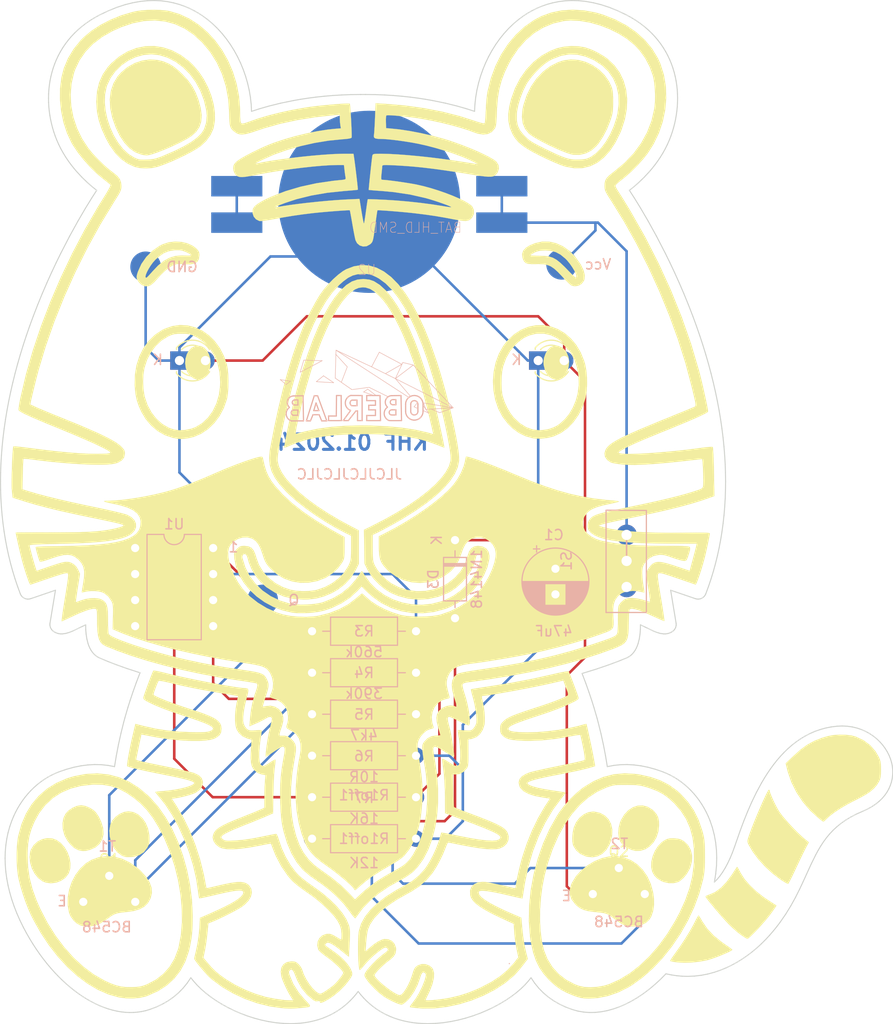
<source format=kicad_pcb>
(kicad_pcb (version 20240108) (generator "pcbnew") (generator_version "8.0")
  (layers (0 "F.Cu" signal) (31 "B.Cu" signal) (34 "B.Paste" user) (35 "F.Paste" user) (36 "B.SilkS" user "B.Silkscreen") (37 "F.SilkS" user "F.Silkscreen") (38 "B.Mask" user) (39 "F.Mask" user) (44 "Edge.Cuts" user))
  (net 0 "")
  (net 1 "Net-(D3-K)")
  (net 2 "Net-(D1-K)")
  (net 3 "Net-(D1-A)")
  (net 4 "Net-(D3-A)")
  (net 5 "Net-(Q1-B)")
  (net 6 "Net-(Q1-C)")
  (net 7 "Net-(Q2-C)")
  (net 8 "Net-(S1-E)")
  (net 9 "Net-(S1-A-Pad1)")
  (net 11 "unconnected-(U1-Q-Pad3)")
  (footprint "LOGO" (layer "F.Cu") (at 62.8259 77.5204)
    (property "Reference" "G***" (hide yes))
    (property "Value" "LOGO" (hide yes))
  )
  (footprint "!Goody:LED_D3.0mm" (layer "F.Cu") (at 46.482 59.69)
    (property "Reference" "D1")
    (property "Value" "LED")
  )
  (footprint "LOGO" (layer "F.Cu") (at 62.8259 77.5204)
    (property "Reference" "G***" (hide yes))
    (property "Value" "LOGO" (hide yes))
  )
  (footprint "LOGO" (layer "F.Cu") (at 62.8259 77.5204)
    (property "Reference" "G***" (hide yes))
    (property "Value" "LOGO" (hide yes))
  )
  (footprint "!Goody:ob-logo_B.SilkS" (layer "F.Cu") (at 70.104 79.502)
    (property "Reference" "G***" (hide yes))
    (property "Value" "LOGO" (hide yes))
  )
  (footprint "LOGO" (layer "F.Cu") (at 62.8259 77.5204)
    (property "Reference" "G***" (hide yes))
    (property "Value" "LOGO" (hide yes))
  )
  (footprint "!Goody:TO-92L_Wide" (layer "F.Cu") (at 86.868 111.76)
    (property "Reference" "Q2")
    (property "Value" "Q_NPN_EBC")
  )
  (footprint "" (layer "F.Cu") (at 83.82 50.292)
    (property "Reference" "")
    (property "Value" "")
  )
  (footprint "" (layer "F.Cu") (at 43.18 50.546)
    (property "Reference" "")
    (property "Value" "")
  )
  (footprint "!Goody:LED_D3.0mm" (layer "F.Cu") (at 81.534 59.69)
    (property "Reference" "D2")
    (property "Value" "LED")
  )
  (footprint "!Goody:TO-92L_Wide" (layer "F.Cu") (at 37.084 112.522)
    (property "Reference" "Q1")
    (property "Value" "Q_NPN_EBC" (hide yes))
  )
  (footprint "LOGO" (layer "F.Cu") (at 62.8259 77.5204)
    (property "Reference" "G***" (hide yes))
    (property "Value" "LOGO" (hide yes))
  )
  (footprint "Resistor_THT:R_Axial_DIN0207_L6.3mm_D2.5mm_P10.16mm_Horizontal" (layer "B.Cu") (at 69.596 90.156 180)
    (property "Reference" "R4")
    (property "Value" "390k")
  )
  (footprint "!Goody:1N4147_P7.62mm_Horizontal" (layer "B.Cu") (at 73.406 77.216 -90)
    (property "Reference" "D3")
    (property "Value" "1N4148")
  )
  (footprint "Resistor_THT:R_Axial_DIN0207_L6.3mm_D2.5mm_P10.16mm_Horizontal" (layer "B.Cu") (at 69.596 86.106 180)
    (property "Reference" "R3")
    (property "Value" "560k")
  )
  (footprint "!Goody:Micro_SchalterKHF" (layer "B.Cu") (at 90.17 76.708 -90)
    (property "Reference" "S1")
    (property "Value" "Micro_Schalter")
  )
  (footprint "!Goody:BAT-HLD-SMD-Blech" (layer "B.Cu") (at 65.024 44.196 180)
    (property "Reference" "U2")
    (property "Value" "BAT_HLD_SMD")
  )
  (footprint "Package_DIP:DIP-8_W7.62mm" (layer "B.Cu") (at 49.774 77.988 180)
    (property "Reference" "U1")
    (property "Value" "NE555P")
  )
  (footprint "!Goody:LP_rund" (layer "B.Cu") (at 54.61 83.058 180)
    (property "Reference" "Q")
    (property "Value" "LP_rund")
  )
  (footprint "Resistor_THT:R_Axial_DIN0207_L6.3mm_D2.5mm_P10.16mm_Horizontal" (layer "B.Cu") (at 69.596 106.356 180)
    (property "Reference" "R1off1")
    (property "Value" "12K")
  )
  (footprint "Resistor_THT:R_Axial_DIN0207_L6.3mm_D2.5mm_P10.16mm_Horizontal" (layer "B.Cu") (at 69.596 94.206 180)
    (property "Reference" "R5")
    (property "Value" "4k7")
  )
  (footprint "Capacitor_THT:CP_Radial_D6.3mm_P2.50mm" (layer "B.Cu") (at 83.216 80.01 -90)
    (property "Reference" "C1")
    (property "Value" "47uF")
  )
  (footprint "Resistor_THT:R_Axial_DIN0207_L6.3mm_D2.5mm_P10.16mm_Horizontal" (layer "B.Cu") (at 69.596 98.256 180)
    (property "Reference" "R6")
    (property "Value" "10R")
  )
  (footprint "Resistor_THT:R_Axial_DIN0207_L6.3mm_D2.5mm_P10.16mm_Horizontal" (layer "B.Cu") (at 69.596 102.306 180)
    (property "Reference" "R7")
    (property "Value" "16K")
  )
  (gr_line (start 90.17 76.708) (end 90.17 79.502) (stroke (width 0.15)) (layer "B.SilkS"))
  (gr_line (start 44.6884 24.5804) (end 44.0471 24.54849) (stroke (width 0.1)) (layer "Edge.Cuts"))
  (gr_line (start 33.0775 53.156) (end 32.6335 54.2397) (stroke (width 0.1)) (layer "Edge.Cuts"))
  (gr_line (start 31.9676 101.6542) (end 31.6785 101.9683) (stroke (width 0.1)) (layer "Edge.Cuts"))
  (gr_line (start 94.1588 38.5925) (end 94.3571 38.1398) (stroke (width 0.1)) (layer "Edge.Cuts"))
  (gr_line (start 31.099 82.7203) (end 31.214 82.8208) (stroke (width 0.1)) (layer "Edge.Cuts"))
  (gr_line (start 99.8414 71.489) (end 99.8311 70.645) (stroke (width 0.1)) (layer "Edge.Cuts"))
  (gr_line (start 30.9372 59.0938) (end 30.6708 60.0158) (stroke (width 0.1)) (layer "Edge.Cuts"))
  (gr_line (start 112.6289 103.9512) (end 113.2239 103.6868) (stroke (width 0.1)) (layer "Edge.Cuts"))
  (gr_line (start 52.1532 30.0259) (end 51.8223 29.424) (stroke (width 0.1)) (layer "Edge.Cuts"))
  (gr_line (start 47.8537 120.2504) (end 48.2104 120.6514) (stroke (width 0.1)) (layer "Edge.Cuts"))
  (gr_line (start 65.3773 122.7234) (end 65.7046 122.9634) (stroke (width 0.1)) (layer "Edge.Cuts"))
  (gr_line (start 34.2048 37.3749) (end 34.3372 37.7615) (stroke (width 0.1)) (layer "Edge.Cuts"))
  (gr_line (start 86.1813 91.182) (end 85.82 90.2313) (stroke (width 0.1)) (layer "Edge.Cuts"))
  (gr_line (start 30.418 80.9952) (end 30.6651 81.73) (stroke (width 0.1)) (layer "Edge.Cuts"))
  (gr_line (start 85.82 90.2313) (end 87.1835 89.8114) (stroke (width 0.1)) (layer "Edge.Cuts"))
  (gr_line (start 84.2142 122.7874) (end 84.8598 123.0304) (stroke (width 0.1)) (layer "Edge.Cuts"))
  (gr_line (start 81.1911 120.4604) (end 81.5924 120.9514) (stroke (width 0.1)) (layer "Edge.Cuts"))
  (gr_line (start 85.9574 123.2774) (end 86.522 123.3214) (stroke (width 0.1)) (layer "Edge.Cuts"))
  (gr_line (start 34.3667 82.1047) (end 33.8342 85.3203) (stroke (width 0.1)) (layer "Edge.Cuts"))
  (gr_line (start 29.2437 75.5959) (end 29.352 76.3933) (stroke (width 0.1)) (layer "Edge.Cuts"))
  (gr_line (start 63.2372 33.7333) (end 62.3308 33.767) (stroke (width 0.1)) (layer "Edge.Cuts"))
  (gr_line (start 51.2136 122.8334) (end 51.8277 123.1354) (stroke (width 0.1)) (layer "Edge.Cuts"))
  (gr_line (start 90.8643 42.7409) (end 91.3446 42.3219) (stroke (width 0.1)) (layer "Edge.Cuts"))
  (gr_line (start 97.4957 82.8976) (end 97.6265 82.8208) (stroke (width 0.1)) (layer "Edge.Cuts"))
  (gr_line (start 34.4351 86.2672) (end 34.5871 86.3202) (stroke (width 0.1)) (layer "Edge.Cuts"))
  (gr_line (start 98.4162 60.9328) (end 98.1695 60.0158) (stroke (width 0.1)) (layer "Edge.Cuts"))
  (gr_line (start 88.2866 99.3239) (end 88.1102 98.2575) (stroke (width 0.1)) (layer "Edge.Cuts"))
  (gr_line (start 93.508 28.7898) (end 93.2321 28.426) (stroke (width 0.1)) (layer "Edge.Cuts"))
  (gr_line (start 30.0944 112.2717) (end 30.328 112.9573) (stroke (width 0.1)) (layer "Edge.Cuts"))
  (gr_line (start 98.8762 109.7931) (end 98.9514 109.0075) (stroke (width 0.1)) (layer "Edge.Cuts"))
  (gr_line (start 32.1652 116.6362) (end 32.4948 117.1408) (stroke (width 0.1)) (layer "Edge.Cuts"))
  (gr_line (start 94.2532 86.3201) (end 94.4052 86.2671) (stroke (width 0.1)) (layer "Edge.Cuts"))
  (gr_line (start 37.4609 122.0294) (end 37.8746 122.2624) (stroke (width 0.1)) (layer "Edge.Cuts"))
  (gr_line (start 115.8149 98.2271) (end 115.6389 97.8789) (stroke (width 0.1)) (layer "Edge.Cuts"))
  (gr_line (start 33.6878 34.0853) (end 33.6957 34.5082) (stroke (width 0.1)) (layer "Edge.Cuts"))
  (gr_line (start 29.802 63.6527) (end 29.634 64.5484) (stroke (width 0.1)) (layer "Edge.Cuts"))
  (gr_line (start 87.6668 24.95359) (end 86.9024 24.76286) (stroke (width 0.1)) (layer "Edge.Cuts"))
  (gr_line (start 94.7827 86.022) (end 94.8544 85.9391) (stroke (width 0.1)) (layer "Edge.Cuts"))
  (gr_line (start 95.1653 100.5784) (end 94.8121 100.3579) (stroke (width 0.1)) (layer "Edge.Cuts"))
  (gr_line (start 100.0472 108.7555) (end 99.7994 109.2163) (stroke (width 0.1)) (layer "Edge.Cuts"))
  (gr_line (start 98.6432 61.8448) (end 98.4162 60.9328) (stroke (width 0.1)) (layer "Edge.Cuts"))
  (gr_line (start 29.0892 68.9358) (end 29.0394 69.7939) (stroke (width 0.1)) (layer "Edge.Cuts"))
  (gr_line (start 35.705 86.2266) (end 36.0294 86.0994) (stroke (width 0.1)) (layer "Edge.Cuts"))
  (gr_line (start 80.1481 26.01173) (end 79.6221 26.39495) (stroke (width 0.1)) (layer "Edge.Cuts"))
  (gr_line (start 107.1809 96.6) (end 106.7519 96.8956) (stroke (width 0.1)) (layer "Edge.Cuts"))
  (gr_line (start 31.5287 57.2361) (end 31.2231 58.1672) (stroke (width 0.1)) (layer "Edge.Cuts"))
  (gr_line (start 60.8008 123.7494) (end 61.1701 123.5824) (stroke (width 0.1)) (layer "Edge.Cuts"))
  (gr_line (start 99.7539 73.9765) (end 99.8028 73.1549) (stroke (width 0.1)) (layer "Edge.Cuts"))
  (gr_line (start 113.9229 96.105) (end 113.5369 95.8909) (stroke (width 0.1)) (layer "Edge.Cuts"))
  (gr_line (start 31.5378 115.5778) (end 31.846 116.115) (stroke (width 0.1)) (layer "Edge.Cuts"))
  (gr_line (start 30.902 103.0087) (end 30.6756 103.3859) (stroke (width 0.1)) (layer "Edge.Cuts"))
  (gr_line (start 111.1399 104.8462) (end 111.5909 104.5312) (stroke (width 0.1)) (layer "Edge.Cuts"))
  (gr_line (start 41.1433 94.584) (end 41.031 95.0061) (stroke (width 0.1)) (layer "Edge.Cuts"))
  (gr_line (start 99.8311 70.645) (end 99.801 69.7939) (stroke (width 0.1)) (layer "Edge.Cuts"))
  (gr_line (start 114.6139 96.6155) (end 114.2829 96.3476) (stroke (width 0.1)) (layer "Edge.Cuts"))
  (gr_line (start 35.6082 28.426) (end 35.3322 28.7898) (stroke (width 0.1)) (layer "Edge.Cuts"))
  (gr_line (start 116.1139 100.5152) (end 116.1579 100.1897) (stroke (width 0.1)) (layer "Edge.Cuts"))
  (gr_line (start 102.9599 116.9622) (end 103.2669 116.6825) (stroke (width 0.1)) (layer "Edge.Cuts"))
  (gr_line (start 98.1753 81.73) (end 98.4224 80.9952) (stroke (width 0.1)) (layer "Edge.Cuts"))
  (gr_line (start 29.1552 74.7902) (end 29.2437 75.5959) (stroke (width 0.1)) (layer "Edge.Cuts"))
  (gr_line (start 49.7201 26.8173) (end 49.2184 26.39495) (stroke (width 0.1)) (layer "Edge.Cuts"))
  (gr_line (start 90.1429 25.95023) (end 89.2872 25.54252) (stroke (width 0.1)) (layer "Edge.Cuts"))
  (gr_line (start 29.0093 70.645) (end 28.9989 71.489) (stroke (width 0.1)) (layer "Edge.Cuts"))
  (gr_line (start 58.7859 124.3044) (end 59.2107 124.2314) (stroke (width 0.1)) (layer "Edge.Cuts"))
  (gr_line (start 85.4027 123.1814) (end 85.9574 123.2774) (stroke (width 0.1)) (layer "Edge.Cuts"))
  (gr_line (start 90.2155 99.1202) (end 89.5592 99.1362) (stroke (width 0.1)) (layer "Edge.Cuts"))
  (gr_line (start 37.5522 87.3162) (end 37.6306 87.5361) (stroke (width 0.1)) (layer "Edge.Cuts"))
  (gr_line (start 30.2752 104.1822) (end 30.1025 104.5999) (stroke (width 0.1)) (layer "Edge.Cuts"))
  (gr_line (start 94.8577 36.5806) (end 94.9466 36.1745) (stroke (width 0.1)) (layer "Edge.Cuts"))
  (gr_line (start 51.8223 29.424) (end 51.46 28.8454) (stroke (width 0.1)) (layer "Edge.Cuts"))
  (gr_line (start 33.7706 32.8138) (end 33.7248 33.2373) (stroke (width 0.1)) (layer "Edge.Cuts"))
  (gr_line (start 93.9423 39.027) (end 94.1588 38.5925) (stroke (width 0.1)) (layer "Edge.Cuts"))
  (gr_line (start 65.0632 122.4674) (end 65.3773 122.7234) (stroke (width 0.1)) (layer "Edge.Cuts"))
  (gr_line (start 73.6058 34.8488) (end 72.4949 34.5745) (stroke (width 0.1)) (layer "Edge.Cuts"))
  (gr_line (start 34.7348 99.8231) (end 34.3506 99.9796) (stroke (width 0.1)) (layer "Edge.Cuts"))
  (gr_line (start 59.8134 33.9786) (end 59.0446 34.0791) (stroke (width 0.1)) (layer "Edge.Cuts"))
  (gr_line (start 94.9602 85.7504) (end 95.0123 85.5403) (stroke (width 0.1)) (layer "Edge.Cuts"))
  (gr_line (start 29.248 67.1998) (end 29.1587 68.0711) (stroke (width 0.1)) (layer "Edge.Cuts"))
  (gr_line (start 57.8392 124.3954) (end 58.3506 124.3574) (stroke (width 0.1)) (layer "Edge.Cuts"))
  (gr_line (start 64.2027 121.5924) (end 64.4757 121.9014) (stroke (width 0.1)) (layer "Edge.Cuts"))
  (gr_line (start 90.4183 88.5823) (end 90.5962 88.4497) (stroke (width 0.1)) (layer "Edge.Cuts"))
  (gr_line (start 31.6785 101.9683) (end 31.4041 102.2992) (stroke (width 0.1)) (layer "Edge.Cuts"))
  (gr_line (start 105.5679 97.9229) (end 105.2069 98.3061) (stroke (width 0.1)) (layer "Edge.Cuts"))
  (gr_line (start 115.1889 97.2151) (end 114.9159 96.9058) (stroke (width 0.1)) (layer "Edge.Cuts"))
  (gr_line (start 51.46 28.8454) (end 51.0674 28.2928) (stroke (width 0.1)) (layer "Edge.Cuts"))
  (gr_line (start 31.7936 82.9669) (end 31.949 82.9303) (stroke (width 0.1)) (layer "Edge.Cuts"))
  (gr_line (start 75.8351 123.3994) (end 76.4995 123.1214) (stroke (width 0.1)) (layer "Edge.Cuts"))
  (gr_line (start 47.2327 120.4594) (end 47.5925 119.9284) (stroke (width 0.1)) (layer "Edge.Cuts"))
  (gr_line (start 102.8539 101.8383) (end 102.3969 102.783) (stroke (width 0.1)) (layer "Edge.Cuts"))
  (gr_line (start 53.7999 123.8764) (end 54.4898 124.0604) (stroke (width 0.1)) (layer "Edge.Cuts"))
  (gr_line (start 90.445 43.0759) (end 90.8643 42.7409) (stroke (width 0.1)) (layer "Edge.Cuts"))
  (gr_line (start 87.6747 123.2524) (end 88.2594 123.1434) (stroke (width 0.1)) (layer "Edge.Cuts"))
  (gr_line (start 83.5419 24.65615) (end 82.9629 24.77087) (stroke (width 0.1)) (layer "Edge.Cuts"))
  (gr_line (start 95.507 100.8189) (end 95.1653 100.5784) (stroke (width 0.1)) (layer "Edge.Cuts"))
  (gr_line (start 86.9024 24.76286) (end 86.1686 24.63494) (stroke (width 0.1)) (layer "Edge.Cuts"))
  (gr_line (start 33.828 85.5403) (end 33.8801 85.7504) (stroke (width 0.1)) (layer "Edge.Cuts"))
  (gr_line (start 30.6756 103.3859) (end 30.4665 103.7773) (stroke (width 0.1)) (layer "Edge.Cuts"))
  (gr_line (start 63.1333 122.1974) (end 63.4166 121.9044) (stroke (width 0.1)) (layer "Edge.Cuts"))
  (gr_line (start 31.2231 58.1672) (end 30.9372 59.0938) (stroke (width 0.1)) (layer "Edge.Cuts"))
  (gr_line (start 95.0123 85.5403) (end 95.0168 85.4308) (stroke (width 0.1)) (layer "Edge.Cuts"))
  (gr_line (start 47.5925 119.9284) (end 47.8537 120.2504) (stroke (width 0.1)) (layer "Edge.Cuts"))
  (gr_line (start 35.1302 39.443) (end 35.3753 39.8404) (stroke (width 0.1)) (layer "Edge.Cuts"))
  (gr_line (start 103.6319 100.4443) (end 103.3589 100.9034) (stroke (width 0.1)) (layer "Edge.Cuts"))
  (gr_line (start 100.2849 108.2532) (end 100.0472 108.7555) (stroke (width 0.1)) (layer "Edge.Cuts"))
  (gr_line (start 95.1525 34.0853) (end 95.143 33.6614) (stroke (width 0.1)) (layer "Edge.Cuts"))
  (gr_line (start 36.235 121.1974) (end 36.6405 121.4964) (stroke (width 0.1)) (layer "Edge.Cuts"))
  (gr_line (start 96.7455 101.9683) (end 96.4564 101.6542) (stroke (width 0.1)) (layer "Edge.Cuts"))
  (gr_line (start 89.2872 25.54252) (end 88.4618 25.21189) (stroke (width 0.1)) (layer "Edge.Cuts"))
  (gr_line (start 44.2098 122.7874) (end 44.8152 122.5034) (stroke (width 0.1)) (layer "Edge.Cuts"))
  (gr_line (start 46.9419 25.09818) (end 46.4254 24.91974) (stroke (width 0.1)) (layer "Edge.Cuts"))
  (gr_line (start 45.8776 24.77079) (end 45.2986 24.65609) (stroke (width 0.1)) (layer "Edge.Cuts"))
  (gr_line (start 35.9076 28.0724) (end 35.6082 28.426) (stroke (width 0.1)) (layer "Edge.Cuts"))
  (gr_line (start 46.4254 24.91974) (end 45.8776 24.77079) (stroke (width 0.1)) (layer "Edge.Cuts"))
  (gr_line (start 34.4832 38.1398) (end 34.6816 38.5925) (stroke (width 0.1)) (layer "Edge.Cuts"))
  (gr_line (start 99.4834 66.3221) (end 99.3547 65.4382) (stroke (width 0.1)) (layer "Edge.Cuts"))
  (gr_line (start 30.597 113.6453) (end 30.9015 114.3349) (stroke (width 0.1)) (layer "Edge.Cuts"))
  (gr_line (start 53.5263 35.3668) (end 53.4896 34.6726) (stroke (width 0.1)) (layer "Edge.Cuts"))
  (gr_line (start 115.6149 101.8053) (end 115.7919 101.4888) (stroke (width 0.1)) (layer "Edge.Cuts"))
  (gr_line (start 70.7572 124.4074) (end 71.5029 124.3844) (stroke (width 0.1)) (layer "Edge.Cuts"))
  (gr_line (start 87.095 123.3124) (end 87.6747 123.2524) (stroke (width 0.1)) (layer "Edge.Cuts"))
  (gr_line (start 33.5403 118.5524) (end 33.9058 118.9874) (stroke (width 0.1)) (layer "Edge.Cuts"))
  (gr_line (start 99.0172 110.3219) (end 98.7504 110.5887) (stroke (width 0.1)) (layer "Edge.Cuts"))
  (gr_line (start 90.7549 88.2974) (end 90.8952 88.1276) (stroke (width 0.1)) (layer "Edge.Cuts"))
  (gr_line (start 34.2787 119.4034) (end 34.6586 119.8014) (stroke (width 0.1)) (layer "Edge.Cuts"))
  (gr_line (start 29.4452 108.2657) (end 29.4633 108.9156) (stroke (width 0.1)) (layer "Edge.Cuts"))
  (gr_line (start 91.8892 27.08087) (end 91.4915 26.77611) (stroke (width 0.1)) (layer "Edge.Cuts"))
  (gr_line (start 81.8986 25.09828) (end 81.4136 25.30146) (stroke (width 0.1)) (layer "Edge.Cuts"))
  (gr_line (start 50.0697 122.1674) (end 50.6265 122.5104) (stroke (width 0.1)) (layer "Edge.Cuts"))
  (gr_line (start 110.7209 95.3785) (end 110.1549 95.4493) (stroke (width 0.1)) (layer "Edge.Cuts"))
  (gr_line (start 33.8342 85.3203) (end 33.8236 85.4308) (stroke (width 0.1)) (layer "Edge.Cuts"))
  (gr_line (start 37.3258 85.923) (end 37.3616 86.3875) (stroke (width 0.1)) (layer "Edge.Cuts"))
  (gr_line (start 78.86 121.7924) (end 79.3576 121.4194) (stroke (width 0.1)) (layer "Edge.Cuts"))
  (gr_line (start 60.028 124.0274) (end 60.4201 123.8974) (stroke (width 0.1)) (layer "Edge.Cuts"))
  (gr_line (start 114.8519 102.7004) (end 115.1469 102.4133) (stroke (width 0.1)) (layer "Edge.Cuts"))
  (gr_line (start 116.1239 99.2407) (end 116.0629 98.9407) (stroke (width 0.1)) (layer "Edge.Cuts"))
  (gr_line (start 92.9697 99.5779) (end 92.2622 99.3851) (stroke (width 0.1)) (layer "Edge.Cuts"))
  (gr_line (start 76.389 30.6485) (end 76.1245 31.2893) (stroke (width 0.1)) (layer "Edge.Cuts"))
  (gr_line (start 53.2946 33.2939) (end 53.1387 32.6146) (stroke (width 0.1)) (layer "Edge.Cuts"))
  (gr_line (start 96.9864 56.3007) (end 96.6416 55.3611) (stroke (width 0.1)) (layer "Edge.Cuts"))
  (gr_line (start 97.047 82.9669) (end 97.2021 82.9725) (stroke (width 0.1)) (layer "Edge.Cuts"))
  (gr_line (start 106.7519 96.8956) (end 106.3399 97.2158) (stroke (width 0.1)) (layer "Edge.Cuts"))
  (gr_line (start 64.6284 33.7216) (end 64.2128 33.7216) (stroke (width 0.1)) (layer "Edge.Cuts"))
  (gr_line (start 96.4564 101.6542) (end 96.1531 101.3575) (stroke (width 0.1)) (layer "Edge.Cuts"))
  (gr_line (start 98.9514 109.0075) (end 98.9756 108.2337) (stroke (width 0.1)) (layer "Edge.Cuts"))
  (gr_line (start 31.4876 82.9488) (end 31.6385 82.9725) (stroke (width 0.1)) (layer "Edge.Cuts"))
  (gr_line (start 111.7479 95.3815) (end 111.2449 95.3564) (stroke (width 0.1)) (layer "Edge.Cuts"))
  (gr_line (start 38.2899 122.4744) (end 38.7062 122.6634) (stroke (width 0.1)) (layer "Edge.Cuts"))
  (gr_line (start 73.7212 124.0554) (end 74.4422 123.8694) (stroke (width 0.1)) (layer "Edge.Cuts"))
  (gr_line (start 85.4656 24.56507) (end 84.7934 24.54849) (stroke (width 0.1)) (layer "Edge.Cuts"))
  (gr_line (start 64.7627 122.1934) (end 65.0632 122.4674) (stroke (width 0.1)) (layer "Edge.Cuts"))
  (gr_line (start 99.0383 63.6527) (end 98.8506 62.7515) (stroke (width 0.1)) (layer "Edge.Cuts"))
  (gr_line (start 49.5465 121.8064) (end 50.0697 122.1674) (stroke (width 0.1)) (layer "Edge.Cuts"))
  (gr_line (start 94.8544 85.9391) (end 94.9602 85.7504) (stroke (width 0.1)) (layer "Edge.Cuts"))
  (gr_line (start 110.3539 105.5248) (end 110.7289 105.1775) (stroke (width 0.1)) (layer "Edge.Cuts"))
  (gr_line (start 40.2052 89.3378) (end 41.311 89.7341) (stroke (width 0.1)) (layer "Edge.Cuts"))
  (gr_line (start 34.8988 86.3682) (end 35.0578 86.3665) (stroke (width 0.1)) (layer "Edge.Cuts"))
  (gr_line (start 99.315 119.1984) (end 99.8777 118.9684) (stroke (width 0.1)) (layer "Edge.Cuts"))
  (gr_line (start 34.5871 86.3202) (end 34.7418 86.3533) (stroke (width 0.1)) (layer "Edge.Cuts"))
  (gr_line (start 29.6091 106.3768) (end 29.518 106.9954) (stroke (width 0.1)) (layer "Edge.Cuts"))
  (gr_line (start 35.8942 40.5782) (end 36.1629 40.9183) (stroke (width 0.1)) (layer "Edge.Cuts"))
  (gr_line (start 37.8316 87.9463) (end 37.9562 88.1325) (stroke (width 0.1)) (layer "Edge.Cuts"))
  (gr_line (start 87.3954 95.0155) (end 87.2835 94.5949) (stroke (width 0.1)) (layer "Edge.Cuts"))
  (gr_line (start 116.1729 99.8674) (end 116.1609 99.5503) (stroke (width 0.1)) (layer "Edge.Cuts"))
  (gr_line (start 100.7219 107.1356) (end 100.5105 107.7123) (stroke (width 0.1)) (layer "Edge.Cuts"))
  (gr_line (start 68.3509 124.1314) (end 68.7772 124.2244) (stroke (width 0.1)) (layer "Edge.Cuts"))
  (gr_line (start 91.0682 26.48555) (end 90.6188 26.20999) (stroke (width 0.1)) (layer "Edge.Cuts"))
  (gr_line (start 99.5438 109.6329) (end 99.2823 110.0024) (stroke (width 0.1)) (layer "Edge.Cuts"))
  (gr_line (start 51.0674 28.2928) (end 50.6458 27.7689) (stroke (width 0.1)) (layer "Edge.Cuts"))
  (gr_line (start 37.9104 43.8291) (end 37.2896 44.8381) (stroke (width 0.1)) (layer "Edge.Cuts"))
  (gr_line (start 114.2829 96.3476) (end 113.9229 96.105) (stroke (width 0.1)) (layer "Edge.Cuts"))
  (gr_line (start 35.3753 39.8404) (end 35.6308 40.2188) (stroke (width 0.1)) (layer "Edge.Cuts"))
  (gr_line (start 41.031 95.0061) (end 40.7603 96.0956) (stroke (width 0.1)) (layer "Edge.Cuts"))
  (gr_line (start 113.2239 103.6868) (end 113.7019 103.4688) (stroke (width 0.1)) (layer "Edge.Cuts"))
  (gr_line (start 99.6852 74.7902) (end 99.7539 73.9765) (stroke (width 0.1)) (layer "Edge.Cuts"))
  (gr_line (start 70.5281 34.191) (end 69.796 34.0791) (stroke (width 0.1)) (layer "Edge.Cuts"))
  (gr_line (start 116.1609 99.5503) (end 116.1239 99.2407) (stroke (width 0.1)) (layer "Edge.Cuts"))
  (gr_line (start 63.9437 121.2674) (end 64.2027 121.5924) (stroke (width 0.1)) (layer "Edge.Cuts"))
  (gr_line (start 105.2069 98.3061) (end 104.8619 98.7066) (stroke (width 0.1)) (layer "Edge.Cuts"))
  (gr_line (start 35.7471 47.5592) (end 34.8782 49.2389) (stroke (width 0.1)) (layer "Edge.Cuts"))
  (gr_line (start 30.4242 60.9328) (end 30.1971 61.8448) (stroke (width 0.1)) (layer "Edge.Cuts"))
  (gr_line (start 98.5565 105.2896) (end 98.3214 104.5999) (stroke (width 0.1)) (layer "Edge.Cuts"))
  (gr_line (start 57.618 34.3123) (end 56.3455 34.5745) (stroke (width 0.1)) (layer "Edge.Cuts"))
  (gr_line (start 30.4665 103.7773) (end 30.2752 104.1822) (stroke (width 0.1)) (layer "Edge.Cuts"))
  (gr_line (start 30.9015 114.3349) (end 31.2413 115.0249) (stroke (width 0.1)) (layer "Edge.Cuts"))
  (gr_line (start 33.8352 32.3918) (end 33.7706 32.8138) (stroke (width 0.1)) (layer "Edge.Cuts"))
  (gr_line (start 90.1862 88.708) (end 90.22 88.6931) (stroke (width 0.1)) (layer "Edge.Cuts"))
  (gr_line (start 29.7343 110.9119) (end 29.8965 111.5896) (stroke (width 0.1)) (layer "Edge.Cuts"))
  (gr_line (start 33.9859 85.9391) (end 34.0576 86.022) (stroke (width 0.1)) (layer "Edge.Cuts"))
  (gr_line (start 65.6038 33.7333) (end 64.6653 33.7216) (stroke (width 0.1)) (layer "Edge.Cuts"))
  (gr_line (start 33.9795 51.1099) (end 33.5272 52.112) (stroke (width 0.1)) (layer "Edge.Cuts"))
  (gr_line (start 94.8178 31.5553) (end 94.6943 31.1423) (stroke (width 0.1)) (layer "Edge.Cuts"))
  (gr_line (start 94.5031 37.7615) (end 94.6355 37.3749) (stroke (width 0.1)) (layer "Edge.Cuts"))
  (gr_line (start 86.7631 92.8665) (end 86.4956 92.0661) (stroke (width 0.1)) (layer "Edge.Cuts"))
  (gr_line (start 56.3455 34.5745) (end 55.2345 34.8488) (stroke (width 0.1)) (layer "Edge.Cuts"))
  (gr_line (start 48.2104 120.6514) (end 48.6136 121.0464) (stroke (width 0.1)) (layer "Edge.Cuts"))
  (gr_line (start 76.4995 123.1214) (end 77.1379 122.8194) (stroke (width 0.1)) (layer "Edge.Cuts"))
  (gr_line (start 77.7465 122.4944) (end 78.3218 122.1514) (stroke (width 0.1)) (layer "Edge.Cuts"))
  (gr_line (start 60.618 33.8917) (end 59.8134 33.9786) (stroke (width 0.1)) (layer "Edge.Cuts"))
  (gr_line (start 31.1451 102.6462) (end 30.902 103.0087) (stroke (width 0.1)) (layer "Edge.Cuts"))
  (gr_line (start 94.9466 36.1745) (end 95.0202 35.7634) (stroke (width 0.1)) (layer "Edge.Cuts"))
  (gr_line (start 53.1241 123.6594) (end 53.7999 123.8764) (stroke (width 0.1)) (layer "Edge.Cuts"))
  (gr_line (start 75.7018 32.6146) (end 75.5458 33.2939) (stroke (width 0.1)) (layer "Edge.Cuts"))
  (gr_line (start 107.4129 110.5639) (end 107.7509 109.8225) (stroke (width 0.1)) (layer "Edge.Cuts"))
  (gr_line (start 44.0471 24.54849) (end 43.375 24.56509) (stroke (width 0.1)) (layer "Edge.Cuts"))
  (gr_line (start 42.263 91.1256) (end 41.9433 92.0215) (stroke (width 0.1)) (layer "Edge.Cuts"))
  (gr_line (start 57.3254 124.4084) (end 57.8392 124.3954) (stroke (width 0.1)) (layer "Edge.Cuts"))
  (gr_line (start 92.4061 41.2389) (end 92.6775 40.9183) (stroke (width 0.1)) (layer "Edge.Cuts"))
  (gr_line (start 71.5029 124.3844) (end 72.2479 124.3164) (stroke (width 0.1)) (layer "Edge.Cuts"))
  (gr_line (start 33.9058 118.9874) (end 34.2787 119.4034) (stroke (width 0.1)) (layer "Edge.Cuts"))
  (gr_line (start 108.8869 107.4929) (end 109.1389 107.0693) (stroke (width 0.1)) (layer "Edge.Cuts"))
  (gr_line (start 99.0446 78.7346) (end 99.2124 77.9629) (stroke (width 0.1)) (layer "Edge.Cuts"))
  (gr_line (start 88.4618 25.21189) (end 87.6668 24.95359) (stroke (width 0.1)) (layer "Edge.Cuts"))
  (gr_line (start 54.4898 124.0604) (end 55.1905 124.2084) (stroke (width 0.1)) (layer "Edge.Cuts"))
  (gr_line (start 77.7731 28.2928) (end 77.3805 28.8454) (stroke (width 0.1)) (layer "Edge.Cuts"))
  (gr_line (start 38.2589 88.4565) (end 38.439 88.5901) (stroke (width 0.1)) (layer "Edge.Cuts"))
  (gr_line (start 99.801 69.7939) (end 99.7512 68.9358) (stroke (width 0.1)) (layer "Edge.Cuts"))
  (gr_line (start 98.7244 119.3994) (end 99.315 119.1984) (stroke (width 0.1)) (layer "Edge.Cuts"))
  (gr_line (start 112.6899 95.5606) (end 112.2299 95.4506) (stroke (width 0.1)) (layer "Edge.Cuts"))
  (gr_line (start 99.2823 110.0024) (end 99.0172 110.3219) (stroke (width 0.1)) (layer "Edge.Cuts"))
  (gr_line (start 86.1686 24.63494) (end 85.4656 24.56507) (stroke (width 0.1)) (layer "Edge.Cuts"))
  (gr_line (start 34.7418 86.3533) (end 34.8988 86.3682) (stroke (width 0.1)) (layer "Edge.Cuts"))
  (gr_line (start 37.3186 85.4809) (end 37.3258 85.923) (stroke (width 0.1)) (layer "Edge.Cuts"))
  (gr_line (start 94.0735 99.9796) (end 93.6895 99.8231) (stroke (width 0.1)) (layer "Edge.Cuts"))
  (gr_line (start 69.0273 33.9786) (end 68.2228 33.8917) (stroke (width 0.1)) (layer "Edge.Cuts"))
  (gr_line (start 52.4514 30.6485) (end 52.1532 30.0259) (stroke (width 0.1)) (layer "Edge.Cuts"))
  (gr_line (start 58.3125 34.191) (end 57.618 34.3123) (stroke (width 0.1)) (layer "Edge.Cuts"))
  (gr_line (start 95.0798 119.7324) (end 95.5965 119.7784) (stroke (width 0.1)) (layer "Edge.Cuts"))
  (gr_line (start 93.1354 86.2265) (end 93.4603 86.3198) (stroke (width 0.1)) (layer "Edge.Cuts"))
  (gr_line (start 91.779 121.4984) (end 92.3519 121.0704) (stroke (width 0.1)) (layer "Edge.Cuts"))
  (gr_line (start 96.7946 119.7664) (end 97.4633 119.6884) (stroke (width 0.1)) (layer "Edge.Cuts"))
  (gr_line (start 90.22 88.6931) (end 90.4183 88.5823) (stroke (width 0.1)) (layer "Edge.Cuts"))
  (gr_line (start 29.0394 69.7939) (end 29.0093 70.645) (stroke (width 0.1)) (layer "Edge.Cuts"))
  (gr_line (start 29.518 106.9954) (end 29.4634 107.6253) (stroke (width 0.1)) (layer "Edge.Cuts"))
  (gr_line (start 105.7219 113.7124) (end 106.2189 112.9039) (stroke (width 0.1)) (layer "Edge.Cuts"))
  (gr_line (start 40.3139 98.2568) (end 40.1373 99.324) (stroke (width 0.1)) (layer "Edge.Cuts"))
  (gr_line (start 32.8342 117.6284) (end 33.1829 118.0994) (stroke (width 0.1)) (layer "Edge.Cuts"))
  (gr_line (start 115.6389 97.8789) (end 115.4299 97.5406) (stroke (width 0.1)) (layer "Edge.Cuts"))
  (gr_line (start 68.2228 33.8917) (end 67.3834 33.8205) (stroke (width 0.1)) (layer "Edge.Cuts"))
  (gr_line (start 37.0493 121.7734) (end 37.4609 122.0294) (stroke (width 0.1)) (layer "Edge.Cuts"))
  (gr_line (start 35.0794 29.163) (end 34.8491 29.5448) (stroke (width 0.1)) (layer "Edge.Cuts"))
  (gr_line (start 29.7958 78.7346) (end 29.9833 79.4973) (stroke (width 0.1)) (layer "Edge.Cuts"))
  (gr_line (start 103.7719 116.1812) (end 104.1529 115.7675) (stroke (width 0.1)) (layer "Edge.Cuts"))
  (gr_line (start 113.7019 103.4688) (end 114.1309 103.2304) (stroke (width 0.1)) (layer "Edge.Cuts"))
  (gr_line (start 82.9629 24.77087) (end 82.4151 24.91983) (stroke (width 0.1)) (layer "Edge.Cuts"))
  (gr_line (start 98.7392 105.9995) (end 98.5565 105.2896) (stroke (width 0.1)) (layer "Edge.Cuts"))
  (gr_line (start 91.516 85.923) (end 91.5226 85.4812) (stroke (width 0.1)) (layer "Edge.Cuts"))
  (gr_line (start 113.5369 95.8909) (end 113.1259 95.7084) (stroke (width 0.1)) (layer "Edge.Cuts"))
  (gr_line (start 94.1992 29.9345) (end 93.9911 29.5448) (stroke (width 0.1)) (layer "Edge.Cuts"))
  (gr_line (start 98.7504 110.5887) (end 98.8762 109.7931) (stroke (width 0.1)) (layer "Edge.Cuts"))
  (gr_line (start 95.0202 35.7634) (end 95.078 35.3481) (stroke (width 0.1)) (layer "Edge.Cuts"))
  (gr_line (start 66.045 123.1844) (end 66.3983 123.3874) (stroke (width 0.1)) (layer "Edge.Cuts"))
  (gr_line (start 99.3603 77.1824) (end 99.4884 76.3933) (stroke (width 0.1)) (layer "Edge.Cuts"))
  (gr_line (start 95.0168 85.4308) (end 95.0061 85.3203) (stroke (width 0.1)) (layer "Edge.Cuts"))
  (gr_line (start 58.3506 124.3574) (end 58.7859 124.3044) (stroke (width 0.1)) (layer "Edge.Cuts"))
  (gr_line (start 37.4959 42.3219) (end 37.9762 42.7409) (stroke (width 0.1)) (layer "Edge.Cuts"))
  (gr_line (start 62.3308 33.767) (end 61.4574 33.8205) (stroke (width 0.1)) (layer "Edge.Cuts"))
  (gr_line (start 65.7046 122.9634) (end 66.045 123.1844) (stroke (width 0.1)) (layer "Edge.Cuts"))
  (gr_line (start 69.6641 124.3544) (end 70.2092 124.3944) (stroke (width 0.1)) (layer "Edge.Cuts"))
  (gr_line (start 43.375 24.56509) (end 42.6719 24.63499) (stroke (width 0.1)) (layer "Edge.Cuts"))
  (gr_line (start 98.6497 80.2509) (end 98.8571 79.4973) (stroke (width 0.1)) (layer "Edge.Cuts"))
  (gr_line (start 97.9575 103.7773) (end 97.7483 103.3859) (stroke (width 0.1)) (layer "Edge.Cuts"))
  (gr_line (start 97.7483 103.3859) (end 97.5219 103.0086) (stroke (width 0.1)) (layer "Edge.Cuts"))
  (gr_line (start 99.8028 73.1549) (end 99.832 72.3257) (stroke (width 0.1)) (layer "Edge.Cuts"))
  (gr_line (start 109.0849 95.7019) (end 108.5799 95.8802) (stroke (width 0.1)) (layer "Edge.Cuts"))
  (gr_line (start 29.608 110.2397) (end 29.7343 110.9119) (stroke (width 0.1)) (layer "Edge.Cuts"))
  (gr_line (start 78.6442 27.27614) (end 78.1947 27.7689) (stroke (width 0.1)) (layer "Edge.Cuts"))
  (gr_line (start 109.4069 106.6605) (end 109.6969 106.2666) (stroke (width 0.1)) (layer "Edge.Cuts"))
  (gr_line (start 48.3022 25.76289) (end 47.8804 25.52452) (stroke (width 0.1)) (layer "Edge.Cuts"))
  (gr_line (start 79.8109 121.0364) (end 80.2163 120.6454) (stroke (width 0.1)) (layer "Edge.Cuts"))
  (gr_line (start 36.9511 27.08087) (end 36.5786 27.39904) (stroke (width 0.1)) (layer "Edge.Cuts"))
  (gr_line (start 94.4095 50.1515) (end 93.9622 49.2389) (stroke (width 0.1)) (layer "Edge.Cuts"))
  (gr_line (start 107.6279 96.3311) (end 107.1809 96.6) (stroke (width 0.1)) (layer "Edge.Cuts"))
  (gr_line (start 102.2414 117.5534) (end 102.6177 117.2542) (stroke (width 0.1)) (layer "Edge.Cuts"))
  (gr_line (start 97.3529 82.9488) (end 97.4957 82.8976) (stroke (width 0.1)) (layer "Edge.Cuts"))
  (gr_line (start 31.8539 56.3007) (end 31.5287 57.2361) (stroke (width 0.1)) (layer "Edge.Cuts"))
  (gr_line (start 105.9459 97.5589) (end 105.5679 97.9229) (stroke (width 0.1)) (layer "Edge.Cuts"))
  (gr_line (start 99.8777 118.9684) (end 100.4116 118.7134) (stroke (width 0.1)) (layer "Edge.Cuts"))
  (gr_line (start 39.1229 122.8294) (end 39.5395 122.9724) (stroke (width 0.1)) (layer "Edge.Cuts"))
  (gr_line (start 113.1259 95.7084) (end 112.6899 95.5606) (stroke (width 0.1)) (layer "Edge.Cuts"))
  (gr_line (start 100.4116 118.7134) (end 100.9159 118.4394) (stroke (width 0.1)) (layer "Edge.Cuts"))
  (gr_line (start 34.2863 86.1928) (end 34.4351 86.2672) (stroke (width 0.1)) (layer "Edge.Cuts"))
  (gr_line (start 75.1481 123.6494) (end 75.8351 123.3994) (stroke (width 0.1)) (layer "Edge.Cuts"))
  (gr_line (start 86.4956 92.0661) (end 86.1813 91.182) (stroke (width 0.1)) (layer "Edge.Cuts"))
  (gr_line (start 32.6335 54.2397) (end 32.1987 55.3611) (stroke (width 0.1)) (layer "Edge.Cuts"))
  (gr_line (start 34.8981 39.027) (end 35.1302 39.443) (stroke (width 0.1)) (layer "Edge.Cuts"))
  (gr_line (start 78.3218 122.1514) (end 78.86 121.7924) (stroke (width 0.1)) (layer "Edge.Cuts"))
  (gr_line (start 108.6489 107.931) (end 108.8869 107.4929) (stroke (width 0.1)) (layer "Edge.Cuts"))
  (gr_line (start 97.2789 102.6462) (end 97.0199 102.2992) (stroke (width 0.1)) (layer "Edge.Cuts"))
  (gr_line (start 101.2849 105.5281) (end 100.7219 107.1356) (stroke (width 0.1)) (layer "Edge.Cuts"))
  (gr_line (start 64.2128 33.7216) (end 64.1757 33.7216) (stroke (width 0.1)) (layer "Edge.Cuts"))
  (gr_line (start 37.5389 99.1562) (end 36.8566 99.2444) (stroke (width 0.1)) (layer "Edge.Cuts"))
  (gr_line (start 56.6116 124.3854) (end 57.3254 124.4084) (stroke (width 0.1)) (layer "Edge.Cuts"))
  (gr_line (start 38.7062 122.6634) (end 39.1229 122.8294) (stroke (width 0.1)) (layer "Edge.Cuts"))
  (gr_line (start 93.9911 29.5448) (end 93.7609 29.163) (stroke (width 0.1)) (layer "Edge.Cuts"))
  (gr_line (start 55.8989 124.3174) (end 56.6116 124.3854) (stroke (width 0.1)) (layer "Edge.Cuts"))
  (gr_line (start 62.207 122.9704) (end 62.5283 122.7304) (stroke (width 0.1)) (layer "Edge.Cuts"))
  (gr_line (start 29.4633 108.9156) (end 29.5176 109.5739) (stroke (width 0.1)) (layer "Edge.Cuts"))
  (gr_line (start 37.6306 87.5361) (end 37.7234 87.7468) (stroke (width 0.1)) (layer "Edge.Cuts"))
  (gr_line (start 29.1587 68.0711) (end 29.0892 68.9358) (stroke (width 0.1)) (layer "Edge.Cuts"))
  (gr_line (start 94.554 86.1928) (end 94.6992 86.0953) (stroke (width 0.1)) (layer "Edge.Cuts"))
  (gr_line (start 95.3131 52.112) (end 94.8609 51.1099) (stroke (width 0.1)) (layer "Edge.Cuts"))
  (gr_line (start 36.2309 27.7298) (end 35.9076 28.0724) (stroke (width 0.1)) (layer "Edge.Cuts"))
  (gr_line (start 87.6649 96.1006) (end 87.3954 95.0155) (stroke (width 0.1)) (layer "Edge.Cuts"))
  (gr_line (start 90.6148 122.2274) (end 91.1994 121.8844) (stroke (width 0.1)) (layer "Edge.Cuts"))
  (gr_line (start 77.3805 28.8454) (end 77.0182 29.424) (stroke (width 0.1)) (layer "Edge.Cuts"))
  (gr_line (start 92.9327 28.0724) (end 92.6093 27.7298) (stroke (width 0.1)) (layer "Edge.Cuts"))
  (gr_line (start 53.1387 32.6146) (end 52.9454 31.9455) (stroke (width 0.1)) (layer "Edge.Cuts"))
  (gr_line (start 37.2896 44.8381) (end 36.5597 46.0869) (stroke (width 0.1)) (layer "Edge.Cuts"))
  (gr_line (start 33.2587 100.5784) (end 32.917 100.8189) (stroke (width 0.1)) (layer "Edge.Cuts"))
  (gr_line (start 92.9165 120.6004) (end 93.4709 120.0914) (stroke (width 0.1)) (layer "Edge.Cuts"))
  (gr_line (start 91.2938 87.314) (end 91.4098 86.8562) (stroke (width 0.1)) (layer "Edge.Cuts"))
  (gr_line (start 89.3659 89.0387) (end 90.1862 88.708) (stroke (width 0.1)) (layer "Edge.Cuts"))
  (gr_line (start 92.9462 40.5782) (end 93.2096 40.2188) (stroke (width 0.1)) (layer "Edge.Cuts"))
  (gr_line (start 59.2107 124.2314) (end 59.6248 124.1384) (stroke (width 0.1)) (layer "Edge.Cuts"))
  (gr_line (start 82.5189 121.8104) (end 83.0435 122.1774) (stroke (width 0.1)) (layer "Edge.Cuts"))
  (gr_line (start 87.903 97.1822) (end 87.6649 96.1006) (stroke (width 0.1)) (layer "Edge.Cuts"))
  (gr_line (start 108.0949 96.0905) (end 107.6279 96.3311) (stroke (width 0.1)) (layer "Edge.Cuts"))
  (gr_line (start 92.6093 27.7298) (end 92.2617 27.39904) (stroke (width 0.1)) (layer "Edge.Cuts"))
  (gr_line (start 41.4474 93.5422) (end 41.1433 94.584) (stroke (width 0.1)) (layer "Edge.Cuts"))
  (gr_line (start 29.9897 62.7515) (end 29.802 63.6527) (stroke (width 0.1)) (layer "Edge.Cuts"))
  (gr_line (start 40.1373 99.324) (end 39.5076 99.2041) (stroke (width 0.1)) (layer "Edge.Cuts"))
  (gr_line (start 91.125 87.7433) (end 91.2165 87.5332) (stroke (width 0.1)) (layer "Edge.Cuts"))
  (gr_line (start 109.6969 106.2666) (end 110.0109 105.8879) (stroke (width 0.1)) (layer "Edge.Cuts"))
  (gr_line (start 66.3983 123.3874) (end 66.7643 123.5734) (stroke (width 0.1)) (layer "Edge.Cuts"))
  (gr_line (start 34.6586 119.8014) (end 35.0447 120.1804) (stroke (width 0.1)) (layer "Edge.Cuts"))
  (gr_line (start 43.1821 123.1424) (end 43.5642 123.0294) (stroke (width 0.1)) (layer "Edge.Cuts"))
  (gr_line (start 106.3399 97.2158) (end 105.9459 97.5589) (stroke (width 0.1)) (layer "Edge.Cuts"))
  (gr_line (start 53.4896 34.6726) (end 53.412 33.9808) (stroke (width 0.1)) (layer "Edge.Cuts"))
  (gr_line (start 61.4574 33.8205) (end 60.618 33.8917) (stroke (width 0.1)) (layer "Edge.Cuts"))
  (gr_line (start 89.5592 99.1362) (end 88.9162 99.2041) (stroke (width 0.1)) (layer "Edge.Cuts"))
  (gr_line (start 91.4098 86.8562) (end 91.4811 86.3869) (stroke (width 0.1)) (layer "Edge.Cuts"))
  (gr_line (start 94.3571 38.1398) (end 94.5031 37.7615) (stroke (width 0.1)) (layer "Edge.Cuts"))
  (gr_line (start 31.214 82.8208) (end 31.3448 82.8976) (stroke (width 0.1)) (layer "Edge.Cuts"))
  (gr_line (start 90.6188 26.20999) (end 90.1429 25.95023) (stroke (width 0.1)) (layer "Edge.Cuts"))
  (gr_line (start 93.2321 28.426) (end 92.9327 28.0724) (stroke (width 0.1)) (layer "Edge.Cuts"))
  (gr_line (start 33.8801 85.7504) (end 33.9859 85.9391) (stroke (width 0.1)) (layer "Edge.Cuts"))
  (gr_line (start 95.1196 34.9294) (end 95.1446 34.5082) (stroke (width 0.1)) (layer "Edge.Cuts"))
  (gr_line (start 70.2092 124.3944) (end 70.7572 124.4074) (stroke (width 0.1)) (layer "Edge.Cuts"))
  (gr_line (start 43.5642 123.0294) (end 44.2098 122.7874) (stroke (width 0.1)) (layer "Edge.Cuts"))
  (gr_line (start 94.6943 31.1423) (end 94.5503 30.734) (stroke (width 0.1)) (layer "Edge.Cuts"))
  (gr_line (start 66.5101 33.767) (end 65.6038 33.7333) (stroke (width 0.1)) (layer "Edge.Cuts"))
  (gr_line (start 35.4544 99.5778) (end 34.7348 99.8231) (stroke (width 0.1)) (layer "Edge.Cuts"))
  (gr_line (start 93.6895 99.8231) (end 92.9697 99.5779) (stroke (width 0.1)) (layer "Edge.Cuts"))
  (gr_line (start 115.9329 101.1669) (end 116.0399 100.8416) (stroke (width 0.1)) (layer "Edge.Cuts"))
  (gr_line (start 92.2617 27.39904) (end 91.8892 27.08087) (stroke (width 0.1)) (layer "Edge.Cuts"))
  (gr_line (start 99.6816 68.0711) (end 99.5924 67.1998) (stroke (width 0.1)) (layer "Edge.Cuts"))
  (gr_line (start 45.3804 122.1774) (end 45.905 121.8094) (stroke (width 0.1)) (layer "Edge.Cuts"))
  (gr_line (start 30.9321 82.455) (end 31.0038 82.5977) (stroke (width 0.1)) (layer "Edge.Cuts"))
  (gr_line (start 30.1971 61.8448) (end 29.9897 62.7515) (stroke (width 0.1)) (layer "Edge.Cuts"))
  (gr_line (start 90.93 43.8291) (end 90.445 43.0759) (stroke (width 0.1)) (layer "Edge.Cuts"))
  (gr_line (start 111.2449 95.3564) (end 110.7209 95.3785) (stroke (width 0.1)) (layer "Edge.Cuts"))
  (gr_line (start 33.919 31.972) (end 33.8352 32.3918) (stroke (width 0.1)) (layer "Edge.Cuts"))
  (gr_line (start 98.1695 60.0158) (end 97.9032 59.0938) (stroke (width 0.1)) (layer "Edge.Cuts"))
  (gr_line (start 34.6411 29.9345) (end 34.4549 30.3311) (stroke (width 0.1)) (layer "Edge.Cuts"))
  (gr_line (start 30.1907 80.2509) (end 30.418 80.9952) (stroke (width 0.1)) (layer "Edge.Cuts"))
  (gr_line (start 48.6136 121.0464) (end 49.06 121.4324) (stroke (width 0.1)) (layer "Edge.Cuts"))
  (gr_line (start 80.5382 25.76295) (end 80.1481 26.01173) (stroke (width 0.1)) (layer "Edge.Cuts"))
  (gr_line (start 35.0578 86.3665) (end 35.38 86.3199) (stroke (width 0.1)) (layer "Edge.Cuts"))
  (gr_line (start 88.8474 122.9844) (end 89.4371 122.7784) (stroke (width 0.1)) (layer "Edge.Cuts"))
  (gr_line (start 97.0199 102.2992) (end 96.7455 101.9683) (stroke (width 0.1)) (layer "Edge.Cuts"))
  (gr_line (start 95.7629 53.156) (end 95.3131 52.112) (stroke (width 0.1)) (layer "Edge.Cuts"))
  (gr_line (start 82.0351 121.4014) (end 82.5189 121.8104) (stroke (width 0.1)) (layer "Edge.Cuts"))
  (gr_line (start 69.215 124.2994) (end 69.6641 124.3544) (stroke (width 0.1)) (layer "Edge.Cuts"))
  (gr_line (start 29.4634 107.6253) (end 29.4452 108.2657) (stroke (width 0.1)) (layer "Edge.Cuts"))
  (gr_line (start 96.1017 119.7944) (end 96.7946 119.7664) (stroke (width 0.1)) (layer "Edge.Cuts"))
  (gr_line (start 94.8121 100.3579) (end 94.448 100.1581) (stroke (width 0.1)) (layer "Edge.Cuts"))
  (gr_line (start 31.4041 102.2992) (end 31.1451 102.6462) (stroke (width 0.1)) (layer "Edge.Cuts"))
  (gr_line (start 29.4801 77.1824) (end 29.628 77.9629) (stroke (width 0.1)) (layer "Edge.Cuts"))
  (gr_line (start 34.8491 29.5448) (end 34.6411 29.9345) (stroke (width 0.1)) (layer "Edge.Cuts"))
  (gr_line (start 41.5985 123.3224) (end 42.0015 123.3164) (stroke (width 0.1)) (layer "Edge.Cuts"))
  (gr_line (start 78.1947 27.7689) (end 77.7731 28.2928) (stroke (width 0.1)) (layer "Edge.Cuts"))
  (gr_line (start 62.5283 122.7304) (end 62.8371 122.4734) (stroke (width 0.1)) (layer "Edge.Cuts"))
  (gr_line (start 97.4633 119.6884) (end 98.1069 119.5634) (stroke (width 0.1)) (layer "Edge.Cuts"))
  (gr_line (start 67.5334 123.8894) (end 67.9362 124.0194) (stroke (width 0.1)) (layer "Edge.Cuts"))
  (gr_line (start 33.7207 34.9294) (end 33.7623 35.3481) (stroke (width 0.1)) (layer "Edge.Cuts"))
  (gr_line (start 39.9552 123.0914) (end 40.3696 123.1864) (stroke (width 0.1)) (layer "Edge.Cuts"))
  (gr_line (start 31.0038 82.5977) (end 31.099 82.7203) (stroke (width 0.1)) (layer "Edge.Cuts"))
  (gr_line (start 94.0985 86.3532) (end 94.2532 86.3201) (stroke (width 0.1)) (layer "Edge.Cuts"))
  (gr_line (start 101.8317 117.8544) (end 102.2414 117.5534) (stroke (width 0.1)) (layer "Edge.Cuts"))
  (gr_line (start 101.9857 103.7228) (end 101.6163 104.6427) (stroke (width 0.1)) (layer "Edge.Cuts"))
  (gr_line (start 98.8506 62.7515) (end 98.6432 61.8448) (stroke (width 0.1)) (layer "Edge.Cuts"))
  (gr_line (start 94.4737 82.1047) (end 96.8915 82.9303) (stroke (width 0.1)) (layer "Edge.Cuts"))
  (gr_line (start 80.8313 119.9284) (end 81.1911 120.4604) (stroke (width 0.1)) (layer "Edge.Cuts"))
  (gr_line (start 33.1829 118.0994) (end 33.5403 118.5524) (stroke (width 0.1)) (layer "Edge.Cuts"))
  (gr_line (start 95.0051 32.3918) (end 94.9213 31.972) (stroke (width 0.1)) (layer "Edge.Cuts"))
  (gr_line (start 97.3116 57.2361) (end 96.9864 56.3007) (stroke (width 0.1)) (layer "Edge.Cuts"))
  (gr_line (start 36.4343 41.2389) (end 36.975 41.8207) (stroke (width 0.1)) (layer "Edge.Cuts"))
  (gr_line (start 97.9032 59.0938) (end 97.6172 58.1672) (stroke (width 0.1)) (layer "Edge.Cuts"))
  (gr_line (start 37.3616 86.3875) (end 37.4343 86.8575) (stroke (width 0.1)) (layer "Edge.Cuts"))
  (gr_line (start 94.8609 51.1099) (end 94.4095 50.1515) (stroke (width 0.1)) (layer "Edge.Cuts"))
  (gr_line (start 94.6355 37.3749) (end 94.7538 36.9811) (stroke (width 0.1)) (layer "Edge.Cuts"))
  (gr_line (start 106.6589 112.1076) (end 107.0529 111.3266) (stroke (width 0.1)) (layer "Edge.Cuts"))
  (gr_line (start 44.8152 122.5034) (end 45.3804 122.1774) (stroke (width 0.1)) (layer "Edge.Cuts"))
  (gr_line (start 94.5503 30.734) (end 94.3854 30.3311) (stroke (width 0.1)) (layer "Edge.Cuts"))
  (gr_line (start 104.5319 99.1225) (end 104.2179 99.552) (stroke (width 0.1)) (layer "Edge.Cuts"))
  (gr_line (start 96.8915 82.9303) (end 97.047 82.9669) (stroke (width 0.1)) (layer "Edge.Cuts"))
  (gr_line (start 34.29 30.734) (end 34.146 31.1423) (stroke (width 0.1)) (layer "Edge.Cuts"))
  (gr_line (start 42.6306 90.1629) (end 42.263 91.1256) (stroke (width 0.1)) (layer "Edge.Cuts"))
  (gr_line (start 40.3786 25.21195) (end 39.5532 25.54255) (stroke (width 0.1)) (layer "Edge.Cuts"))
  (gr_line (start 93.4709 120.0914) (end 94.0137 119.5424) (stroke (width 0.1)) (layer "Edge.Cuts"))
  (gr_line (start 82.4151 24.91983) (end 81.8986 25.09828) (stroke (width 0.1)) (layer "Edge.Cuts"))
  (gr_line (start 87.1835 89.8114) (end 88.3652 89.4102) (stroke (width 0.1)) (layer "Edge.Cuts"))
  (gr_line (start 79.6221 26.39495) (end 79.1204 26.8173) (stroke (width 0.1)) (layer "Edge.Cuts"))
  (gr_line (start 30.6651 81.73) (end 30.9321 82.455) (stroke (width 0.1)) (layer "Edge.Cuts"))
  (gr_line (start 41.1918 123.3024) (end 41.5985 123.3224) (stroke (width 0.1)) (layer "Edge.Cuts"))
  (gr_line (start 102.3969 102.783) (end 101.9857 103.7228) (stroke (width 0.1)) (layer "Edge.Cuts"))
  (gr_line (start 99.5924 67.1998) (end 99.4834 66.3221) (stroke (width 0.1)) (layer "Edge.Cuts"))
  (gr_line (start 72.4949 34.5745) (end 71.2225 34.3123) (stroke (width 0.1)) (layer "Edge.Cuts"))
  (gr_line (start 75.3508 34.6726) (end 75.3141 35.3668) (stroke (width 0.1)) (layer "Edge.Cuts"))
  (gr_line (start 90.5962 88.4497) (end 90.7549 88.2974) (stroke (width 0.1)) (layer "Edge.Cuts"))
  (gr_line (start 33.9762 100.1581) (end 33.612 100.3579) (stroke (width 0.1)) (layer "Edge.Cuts"))
  (gr_line (start 99.2124 77.9629) (end 99.3603 77.1824) (stroke (width 0.1)) (layer "Edge.Cuts"))
  (gr_line (start 91.4915 26.77611) (end 91.0682 26.48555) (stroke (width 0.1)) (layer "Edge.Cuts"))
  (gr_line (start 48.6923 26.01173) (end 48.3022 25.76289) (stroke (width 0.1)) (layer "Edge.Cuts"))
  (gr_line (start 38.2215 26.20999) (end 37.7721 26.48555) (stroke (width 0.1)) (layer "Edge.Cuts"))
  (gr_line (start 41.9433 92.0215) (end 41.6714 92.8329) (stroke (width 0.1)) (layer "Edge.Cuts"))
  (gr_line (start 42.6719 24.63499) (end 41.9381 24.76292) (stroke (width 0.1)) (layer "Edge.Cuts"))
  (gr_line (start 37.8746 122.2624) (end 38.2899 122.4744) (stroke (width 0.1)) (layer "Edge.Cuts"))
  (gr_line (start 50.1962 27.27614) (end 49.7201 26.8173) (stroke (width 0.1)) (layer "Edge.Cuts"))
  (gr_line (start 108.1959 108.8494) (end 108.6489 107.931) (stroke (width 0.1)) (layer "Edge.Cuts"))
  (gr_line (start 49.06 121.4324) (end 49.5465 121.8064) (stroke (width 0.1)) (layer "Edge.Cuts"))
  (gr_line (start 88.1102 98.2575) (end 87.903 97.1822) (stroke (width 0.1)) (layer "Edge.Cuts"))
  (gr_line (start 93.9414 86.3681) (end 94.0985 86.3532) (stroke (width 0.1)) (layer "Edge.Cuts"))
  (gr_line (start 33.7248 33.2373) (end 33.6973 33.6614) (stroke (width 0.1)) (layer "Edge.Cuts"))
  (gr_line (start 63.6868 121.5944) (end 63.9437 121.2674) (stroke (width 0.1)) (layer "Edge.Cuts"))
  (gr_line (start 116.1579 100.1897) (end 116.1729 99.8674) (stroke (width 0.1)) (layer "Edge.Cuts"))
  (gr_line (start 30.1025 104.5999) (end 29.9012 105.1781) (stroke (width 0.1)) (layer "Edge.Cuts"))
  (gr_line (start 79.3576 121.4194) (end 79.8109 121.0364) (stroke (width 0.1)) (layer "Edge.Cuts"))
  (gr_line (start 112.0869 104.2328) (end 112.6289 103.9512) (stroke (width 0.1)) (layer "Edge.Cuts"))
  (gr_line (start 29.7368 105.7708) (end 29.6091 106.3768) (stroke (width 0.1)) (layer "Edge.Cuts"))
  (gr_line (start 116.0629 98.9407) (end 116.0629 98.9406) (stroke (width 0.1)) (layer "Edge.Cuts"))
  (gr_line (start 97.2021 82.9725) (end 97.3529 82.9488) (stroke (width 0.1)) (layer "Edge.Cuts"))
  (gr_line (start 42.4001 123.2844) (end 42.7939 123.2264) (stroke (width 0.1)) (layer "Edge.Cuts"))
  (gr_line (start 99.7512 68.9358) (end 99.6816 68.0711) (stroke (width 0.1)) (layer "Edge.Cuts"))
  (gr_line (start 76.1245 31.2893) (end 75.8951 31.9455) (stroke (width 0.1)) (layer "Edge.Cuts"))
  (gr_line (start 39.5076 99.2041) (end 38.8646 99.1361) (stroke (width 0.1)) (layer "Edge.Cuts"))
  (gr_line (start 37.3488 26.77611) (end 36.9511 27.08087) (stroke (width 0.1)) (layer "Edge.Cuts"))
  (gr_line (start 42.0015 123.3164) (end 42.4001 123.2844) (stroke (width 0.1)) (layer "Edge.Cuts"))
  (gr_line (start 97.8367 82.5977) (end 97.9083 82.455) (stroke (width 0.1)) (layer "Edge.Cuts"))
  (gr_line (start 103.2669 116.6825) (end 103.7719 116.1812) (stroke (width 0.1)) (layer "Edge.Cuts"))
  (gr_line (start 31.846 116.115) (end 32.1652 116.6362) (stroke (width 0.1)) (layer "Edge.Cuts"))
  (gr_line (start 98.1487 104.1822) (end 97.9575 103.7773) (stroke (width 0.1)) (layer "Edge.Cuts"))
  (gr_line (start 98.1069 119.5634) (end 98.7244 119.3994) (stroke (width 0.1)) (layer "Edge.Cuts"))
  (gr_line (start 37.7721 26.48555) (end 37.3488 26.77611) (stroke (width 0.1)) (layer "Edge.Cuts"))
  (gr_line (start 115.1469 102.4133) (end 115.4009 102.1142) (stroke (width 0.1)) (layer "Edge.Cuts"))
  (gr_line (start 116.0629 98.9406) (end 116.0629 98.9406) (stroke (width 0.1)) (layer "Edge.Cuts"))
  (gr_line (start 51.8277 123.1354) (end 52.4656 123.4114) (stroke (width 0.1)) (layer "Edge.Cuts"))
  (gr_line (start 95.143 33.6614) (end 95.1155 33.2373) (stroke (width 0.1)) (layer "Edge.Cuts"))
  (gr_line (start 30.328 112.9573) (end 30.597 113.6453) (stroke (width 0.1)) (layer "Edge.Cuts"))
  (gr_line (start 93.9622 49.2389) (end 93.0933 47.5592) (stroke (width 0.1)) (layer "Edge.Cuts"))
  (gr_line (start 116.0399 100.8416) (end 116.1139 100.5152) (stroke (width 0.1)) (layer "Edge.Cuts"))
  (gr_line (start 75.3141 35.3668) (end 74.548 35.1185) (stroke (width 0.1)) (layer "Edge.Cuts"))
  (gr_line (start 34.146 31.1423) (end 34.0225 31.5553) (stroke (width 0.1)) (layer "Edge.Cuts"))
  (gr_line (start 91.5672 99.2446) (end 90.8849 99.1563) (stroke (width 0.1)) (layer "Edge.Cuts"))
  (gr_line (start 94.7538 36.9811) (end 94.8577 36.5806) (stroke (width 0.1)) (layer "Edge.Cuts"))
  (gr_line (start 97.7415 82.7203) (end 97.8367 82.5977) (stroke (width 0.1)) (layer "Edge.Cuts"))
  (gr_line (start 98.8571 79.4973) (end 99.0446 78.7346) (stroke (width 0.1)) (layer "Edge.Cuts"))
  (gr_line (start 34.4309 50.1515) (end 33.9795 51.1099) (stroke (width 0.1)) (layer "Edge.Cuts"))
  (gr_line (start 29.0084 72.3257) (end 29.0375 73.1549) (stroke (width 0.1)) (layer "Edge.Cuts"))
  (gr_line (start 52.4656 123.4114) (end 53.1241 123.6594) (stroke (width 0.1)) (layer "Edge.Cuts"))
  (gr_line (start 86.9835 93.5662) (end 86.7631 92.8665) (stroke (width 0.1)) (layer "Edge.Cuts"))
  (gr_line (start 79.1204 26.8173) (end 78.6442 27.27614) (stroke (width 0.1)) (layer "Edge.Cuts"))
  (gr_line (start 34.1411 86.0953) (end 34.2863 86.1928) (stroke (width 0.1)) (layer "Edge.Cuts"))
  (gr_line (start 33.8937 36.1745) (end 33.9826 36.5806) (stroke (width 0.1)) (layer "Edge.Cuts"))
  (gr_line (start 36.975 41.8207) (end 37.4959 42.3219) (stroke (width 0.1)) (layer "Edge.Cuts"))
  (gr_line (start 72.9885 124.2054) (end 73.7212 124.0554) (stroke (width 0.1)) (layer "Edge.Cuts"))
  (gr_line (start 99.5967 75.5959) (end 99.6852 74.7902) (stroke (width 0.1)) (layer "Edge.Cuts"))
  (gr_line (start 94.0137 119.5424) (end 94.552 119.6544) (stroke (width 0.1)) (layer "Edge.Cuts"))
  (gr_line (start 30.6708 60.0158) (end 30.4242 60.9328) (stroke (width 0.1)) (layer "Edge.Cuts"))
  (gr_line (start 66.7643 123.5734) (end 67.1427 123.7404) (stroke (width 0.1)) (layer "Edge.Cuts"))
  (gr_line (start 61.8734 123.1924) (end 62.207 122.9704) (stroke (width 0.1)) (layer "Edge.Cuts"))
  (gr_line (start 93.7609 29.163) (end 93.508 28.7898) (stroke (width 0.1)) (layer "Edge.Cuts"))
  (gr_line (start 90.0268 122.5254) (end 90.6148 122.2274) (stroke (width 0.1)) (layer "Edge.Cuts"))
  (gr_line (start 46.3887 121.4004) (end 46.8314 120.9504) (stroke (width 0.1)) (layer "Edge.Cuts"))
  (gr_line (start 77.0182 29.424) (end 76.6873 30.0259) (stroke (width 0.1)) (layer "Edge.Cuts"))
  (gr_line (start 34.8782 49.2389) (end 34.4309 50.1515) (stroke (width 0.1)) (layer "Edge.Cuts"))
  (gr_line (start 80.9601 25.5246) (end 80.5382 25.76295) (stroke (width 0.1)) (layer "Edge.Cuts"))
  (gr_line (start 97.6265 82.8208) (end 97.7415 82.7203) (stroke (width 0.1)) (layer "Edge.Cuts"))
  (gr_line (start 32.917 100.8189) (end 32.5875 101.0788) (stroke (width 0.1)) (layer "Edge.Cuts"))
  (gr_line (start 104.1529 115.7675) (end 104.5099 115.3541) (stroke (width 0.1)) (layer "Edge.Cuts"))
  (gr_line (start 45.905 121.8094) (end 46.3887 121.4004) (stroke (width 0.1)) (layer "Edge.Cuts"))
  (gr_line (start 92.6775 40.9183) (end 92.9462 40.5782) (stroke (width 0.1)) (layer "Edge.Cuts"))
  (gr_line (start 38.3955 43.0759) (end 37.9104 43.8291) (stroke (width 0.1)) (layer "Edge.Cuts"))
  (gr_line (start 29.628 77.9629) (end 29.7958 78.7346) (stroke (width 0.1)) (layer "Edge.Cuts"))
  (gr_line (start 50.6458 27.7689) (end 50.1962 27.27614) (stroke (width 0.1)) (layer "Edge.Cuts"))
  (gr_line (start 31.3448 82.8976) (end 31.4876 82.9488) (stroke (width 0.1)) (layer "Edge.Cuts"))
  (gr_line (start 95.1155 33.2373) (end 95.0697 32.8138) (stroke (width 0.1)) (layer "Edge.Cuts"))
  (gr_line (start 37.9562 88.1325) (end 38.0983 88.3033) (stroke (width 0.1)) (layer "Edge.Cuts"))
  (gr_line (start 107.7509 109.8225) (end 108.1959 108.8494) (stroke (width 0.1)) (layer "Edge.Cuts"))
  (gr_line (start 29.8965 111.5896) (end 30.0944 112.2717) (stroke (width 0.1)) (layer "Edge.Cuts"))
  (gr_line (start 91.4811 86.3869) (end 91.516 85.923) (stroke (width 0.1)) (layer "Edge.Cuts"))
  (gr_line (start 93.7825 86.3664) (end 93.9414 86.3681) (stroke (width 0.1)) (layer "Edge.Cuts"))
  (gr_line (start 104.8619 98.7066) (end 104.5319 99.1225) (stroke (width 0.1)) (layer "Edge.Cuts"))
  (gr_line (start 96.2068 54.2397) (end 95.7629 53.156) (stroke (width 0.1)) (layer "Edge.Cuts"))
  (gr_line (start 36.0294 86.0994) (end 36.6638 85.7959) (stroke (width 0.1)) (layer "Edge.Cuts"))
  (gr_line (start 38.2083 99.1201) (end 37.5389 99.1562) (stroke (width 0.1)) (layer "Edge.Cuts"))
  (gr_line (start 32.1987 55.3611) (end 31.8539 56.3007) (stroke (width 0.1)) (layer "Edge.Cuts"))
  (gr_line (start 75.5458 33.2939) (end 75.4285 33.9808) (stroke (width 0.1)) (layer "Edge.Cuts"))
  (gr_line (start 96.1531 101.3575) (end 95.8365 101.0788) (stroke (width 0.1)) (layer "Edge.Cuts"))
  (gr_line (start 37.4343 86.8575) (end 37.5522 87.3162) (stroke (width 0.1)) (layer "Edge.Cuts"))
  (gr_line (start 67.9362 124.0194) (end 68.3509 124.1314) (stroke (width 0.1)) (layer "Edge.Cuts"))
  (gr_line (start 42.7939 123.2264) (end 43.1821 123.1424) (stroke (width 0.1)) (layer "Edge.Cuts"))
  (gr_line (start 103.9179 99.9932) (end 103.6319 100.4443) (stroke (width 0.1)) (layer "Edge.Cuts"))
  (gr_line (start 92.2622 99.3851) (end 91.5672 99.2446) (stroke (width 0.1)) (layer "Edge.Cuts"))
  (gr_line (start 52.7159 31.2893) (end 52.4514 30.6485) (stroke (width 0.1)) (layer "Edge.Cuts"))
  (gr_line (start 96.6416 55.3611) (end 96.2068 54.2397) (stroke (width 0.1)) (layer "Edge.Cuts"))
  (gr_line (start 116.0629 98.9406) (end 115.9569 98.582) (stroke (width 0.1)) (layer "Edge.Cuts"))
  (gr_line (start 38.439 88.5901) (end 38.6397 88.7019) (stroke (width 0.1)) (layer "Edge.Cuts"))
  (gr_line (start 47.8804 25.52452) (end 47.4269 25.30136) (stroke (width 0.1)) (layer "Edge.Cuts"))
  (gr_line (start 39.3144 88.9888) (end 40.2052 89.3378) (stroke (width 0.1)) (layer "Edge.Cuts"))
  (gr_line (start 86.522 123.3214) (end 87.095 123.3124) (stroke (width 0.1)) (layer "Edge.Cuts"))
  (gr_line (start 61.5277 123.3964) (end 61.8734 123.1924) (stroke (width 0.1)) (layer "Edge.Cuts"))
  (gr_line (start 33.8201 35.7634) (end 33.8937 36.1745) (stroke (width 0.1)) (layer "Edge.Cuts"))
  (gr_line (start 100.5105 107.7123) (end 100.2849 108.2532) (stroke (width 0.1)) (layer "Edge.Cuts"))
  (gr_line (start 35.6308 40.2188) (end 35.8942 40.5782) (stroke (width 0.1)) (layer "Edge.Cuts"))
  (gr_line (start 81.4136 25.30146) (end 80.9601 25.5246) (stroke (width 0.1)) (layer "Edge.Cuts"))
  (gr_line (start 53.412 33.9808) (end 53.2946 33.2939) (stroke (width 0.1)) (layer "Edge.Cuts"))
  (gr_line (start 29.357 66.3221) (end 29.248 67.1998) (stroke (width 0.1)) (layer "Edge.Cuts"))
  (gr_line (start 104.8439 114.9415) (end 105.1559 114.5302) (stroke (width 0.1)) (layer "Edge.Cuts"))
  (gr_line (start 95.8365 101.0788) (end 95.507 100.8189) (stroke (width 0.1)) (layer "Edge.Cuts"))
  (gr_line (start 33.9826 36.5806) (end 34.0865 36.9811) (stroke (width 0.1)) (layer "Edge.Cuts"))
  (gr_line (start 55.1905 124.2084) (end 55.8989 124.3174) (stroke (width 0.1)) (layer "Edge.Cuts"))
  (gr_line (start 68.7772 124.2244) (end 69.215 124.2994) (stroke (width 0.1)) (layer "Edge.Cuts"))
  (gr_line (start 60.4201 123.8974) (end 60.8008 123.7494) (stroke (width 0.1)) (layer "Edge.Cuts"))
  (gr_line (start 106.2189 112.9039) (end 106.6589 112.1076) (stroke (width 0.1)) (layer "Edge.Cuts"))
  (gr_line (start 61.1701 123.5824) (end 61.5277 123.3964) (stroke (width 0.1)) (layer "Edge.Cuts"))
  (gr_line (start 67.3834 33.8205) (end 66.5101 33.767) (stroke (width 0.1)) (layer "Edge.Cuts"))
  (gr_line (start 89.4371 122.7784) (end 90.0268 122.5254) (stroke (width 0.1)) (layer "Edge.Cuts"))
  (gr_line (start 38.0983 88.3033) (end 38.2589 88.4565) (stroke (width 0.1)) (layer "Edge.Cuts"))
  (gr_line (start 39.5532 25.54255) (end 38.6974 25.95023) (stroke (width 0.1)) (layer "Edge.Cuts"))
  (gr_line (start 99.4884 76.3933) (end 99.5967 75.5959) (stroke (width 0.1)) (layer "Edge.Cuts"))
  (gr_line (start 35.4366 120.5394) (end 35.8335 120.8784) (stroke (width 0.1)) (layer "Edge.Cuts"))
  (gr_line (start 90.8952 88.1276) (end 91.0182 87.9422) (stroke (width 0.1)) (layer "Edge.Cuts"))
  (gr_line (start 108.5799 95.8802) (end 108.0949 96.0905) (stroke (width 0.1)) (layer "Edge.Cuts"))
  (gr_line (start 62.8371 122.4734) (end 63.1333 122.1974) (stroke (width 0.1)) (layer "Edge.Cuts"))
  (gr_line (start 74.4422 123.8694) (end 75.1481 123.6494) (stroke (width 0.1)) (layer "Edge.Cuts"))
  (gr_line (start 34.0865 36.9811) (end 34.2048 37.3749) (stroke (width 0.1)) (layer "Edge.Cuts"))
  (gr_line (start 88.9162 99.2041) (end 88.2866 99.3239) (stroke (width 0.1)) (layer "Edge.Cuts"))
  (gr_line (start 31.2413 115.0249) (end 31.5378 115.5778) (stroke (width 0.1)) (layer "Edge.Cuts"))
  (gr_line (start 34.3372 37.7615) (end 34.4832 38.1398) (stroke (width 0.1)) (layer "Edge.Cuts"))
  (gr_line (start 93.4651 39.8404) (end 93.7102 39.443) (stroke (width 0.1)) (layer "Edge.Cuts"))
  (gr_line (start 34.6816 38.5925) (end 34.8981 39.027) (stroke (width 0.1)) (layer "Edge.Cuts"))
  (gr_line (start 32.5875 101.0788) (end 32.2708 101.3575) (stroke (width 0.1)) (layer "Edge.Cuts"))
  (gr_line (start 29.9833 79.4973) (end 30.1907 80.2509) (stroke (width 0.1)) (layer "Edge.Cuts"))
  (gr_line (start 115.9569 98.582) (end 115.8149 98.2271) (stroke (width 0.1)) (layer "Edge.Cuts"))
  (gr_line (start 95.078 35.3481) (end 95.1196 34.9294) (stroke (width 0.1)) (layer "Edge.Cuts"))
  (gr_line (start 31.6385 82.9725) (end 31.7936 82.9669) (stroke (width 0.1)) (layer "Edge.Cuts"))
  (gr_line (start 34.0576 86.022) (end 34.1411 86.0953) (stroke (width 0.1)) (layer "Edge.Cuts"))
  (gr_line (start 46.8314 120.9504) (end 47.2327 120.4594) (stroke (width 0.1)) (layer "Edge.Cuts"))
  (gr_line (start 90.8849 99.1563) (end 90.2155 99.1202) (stroke (width 0.1)) (layer "Edge.Cuts"))
  (gr_line (start 92.2807 46.0869) (end 91.5508 44.8381) (stroke (width 0.1)) (layer "Edge.Cuts"))
  (gr_line (start 98.9485 107.4732) (end 98.8698 106.728) (stroke (width 0.1)) (layer "Edge.Cuts"))
  (gr_line (start 112.2299 95.4506) (end 111.7479 95.3815) (stroke (width 0.1)) (layer "Edge.Cuts"))
  (gr_line (start 36.8566 99.2444) (end 36.1617 99.3849) (stroke (width 0.1)) (layer "Edge.Cuts"))
  (gr_line (start 110.0109 105.8879) (end 110.3539 105.5248) (stroke (width 0.1)) (layer "Edge.Cuts"))
  (gr_line (start 32.2708 101.3575) (end 31.9676 101.6542) (stroke (width 0.1)) (layer "Edge.Cuts"))
  (gr_line (start 97.5219 103.0086) (end 97.2789 102.6462) (stroke (width 0.1)) (layer "Edge.Cuts"))
  (gr_line (start 59.0446 34.0791) (end 58.3125 34.191) (stroke (width 0.1)) (layer "Edge.Cuts"))
  (gr_line (start 50.6265 122.5104) (end 51.2136 122.8334) (stroke (width 0.1)) (layer "Edge.Cuts"))
  (gr_line (start 31.949 82.9303) (end 34.3667 82.1047) (stroke (width 0.1)) (layer "Edge.Cuts"))
  (gr_line (start 29.0375 73.1549) (end 29.0865 73.9765) (stroke (width 0.1)) (layer "Edge.Cuts"))
  (gr_line (start 36.6638 85.7959) (end 37.3186 85.4809) (stroke (width 0.1)) (layer "Edge.Cuts"))
  (gr_line (start 29.0865 73.9765) (end 29.1552 74.7902) (stroke (width 0.1)) (layer "Edge.Cuts"))
  (gr_line (start 115.4009 102.1142) (end 115.6149 101.8053) (stroke (width 0.1)) (layer "Edge.Cuts"))
  (gr_line (start 99.832 72.3257) (end 99.8414 71.489) (stroke (width 0.1)) (layer "Edge.Cuts"))
  (gr_line (start 71.2225 34.3123) (end 70.5281 34.191) (stroke (width 0.1)) (layer "Edge.Cuts"))
  (gr_line (start 75.4285 33.9808) (end 75.3508 34.6726) (stroke (width 0.1)) (layer "Edge.Cuts"))
  (gr_line (start 109.6099 95.5577) (end 109.0849 95.7019) (stroke (width 0.1)) (layer "Edge.Cuts"))
  (gr_line (start 34.3506 99.9796) (end 33.9762 100.1581) (stroke (width 0.1)) (layer "Edge.Cuts"))
  (gr_line (start 84.7934 24.54849) (end 84.1521 24.58043) (stroke (width 0.1)) (layer "Edge.Cuts"))
  (gr_line (start 28.9989 71.489) (end 29.0084 72.3257) (stroke (width 0.1)) (layer "Edge.Cuts"))
  (gr_line (start 29.352 76.3933) (end 29.4801 77.1824) (stroke (width 0.1)) (layer "Edge.Cuts"))
  (gr_line (start 75.8951 31.9455) (end 75.7018 32.6146) (stroke (width 0.1)) (layer "Edge.Cuts"))
  (gr_line (start 92.1766 85.7959) (end 92.811 86.0994) (stroke (width 0.1)) (layer "Edge.Cuts"))
  (gr_line (start 39.5395 122.9724) (end 39.9552 123.0914) (stroke (width 0.1)) (layer "Edge.Cuts"))
  (gr_line (start 67.1427 123.7404) (end 67.5334 123.8894) (stroke (width 0.1)) (layer "Edge.Cuts"))
  (gr_line (start 34.4549 30.3311) (end 34.29 30.734) (stroke (width 0.1)) (layer "Edge.Cuts"))
  (gr_line (start 37.7234 87.7468) (end 37.8316 87.9463) (stroke (width 0.1)) (layer "Edge.Cuts"))
  (gr_line (start 36.5597 46.0869) (end 35.7471 47.5592) (stroke (width 0.1)) (layer "Edge.Cuts"))
  (gr_line (start 105.1559 114.5302) (end 105.7219 113.7124) (stroke (width 0.1)) (layer "Edge.Cuts"))
  (gr_line (start 38.6397 88.7019) (end 39.3144 88.9888) (stroke (width 0.1)) (layer "Edge.Cuts"))
  (gr_line (start 36.1617 99.3849) (end 35.4544 99.5778) (stroke (width 0.1)) (layer "Edge.Cuts"))
  (gr_line (start 94.6992 86.0953) (end 94.7827 86.022) (stroke (width 0.1)) (layer "Edge.Cuts"))
  (gr_line (start 92.3519 121.0704) (end 92.9165 120.6004) (stroke (width 0.1)) (layer "Edge.Cuts"))
  (gr_line (start 35.0447 120.1804) (end 35.4366 120.5394) (stroke (width 0.1)) (layer "Edge.Cuts"))
  (gr_line (start 98.9756 108.2337) (end 98.9485 107.4732) (stroke (width 0.1)) (layer "Edge.Cuts"))
  (gr_line (start 114.1309 103.2304) (end 114.5139 102.9735) (stroke (width 0.1)) (layer "Edge.Cuts"))
  (gr_line (start 88.3652 89.4102) (end 89.3659 89.0387) (stroke (width 0.1)) (layer "Edge.Cuts"))
  (gr_line (start 91.2165 87.5332) (end 91.2938 87.314) (stroke (width 0.1)) (layer "Edge.Cuts"))
  (gr_line (start 36.5786 27.39904) (end 36.2309 27.7298) (stroke (width 0.1)) (layer "Edge.Cuts"))
  (gr_line (start 33.5272 52.112) (end 33.0775 53.156) (stroke (width 0.1)) (layer "Edge.Cuts"))
  (gr_line (start 88.2594 123.1434) (end 88.8474 122.9844) (stroke (width 0.1)) (layer "Edge.Cuts"))
  (gr_line (start 91.5226 85.4812) (end 92.1766 85.7959) (stroke (width 0.1)) (layer "Edge.Cuts"))
  (gr_line (start 76.6873 30.0259) (end 76.389 30.6485) (stroke (width 0.1)) (layer "Edge.Cuts"))
  (gr_line (start 94.9213 31.972) (end 94.8178 31.5553) (stroke (width 0.1)) (layer "Edge.Cuts"))
  (gr_line (start 29.5176 109.5739) (end 29.608 110.2397) (stroke (width 0.1)) (layer "Edge.Cuts"))
  (gr_line (start 91.3446 42.3219) (end 91.8654 41.8207) (stroke (width 0.1)) (layer "Edge.Cuts"))
  (gr_line (start 33.7623 35.3481) (end 33.8201 35.7634) (stroke (width 0.1)) (layer "Edge.Cuts"))
  (gr_line (start 40.5214 97.1799) (end 40.3139 98.2568) (stroke (width 0.1)) (layer "Edge.Cuts"))
  (gr_line (start 40.782 123.2564) (end 41.1918 123.3024) (stroke (width 0.1)) (layer "Edge.Cuts"))
  (gr_line (start 35.8335 120.8784) (end 36.235 121.1974) (stroke (width 0.1)) (layer "Edge.Cuts"))
  (gr_line (start 93.0933 47.5592) (end 92.2807 46.0869) (stroke (width 0.1)) (layer "Edge.Cuts"))
  (gr_line (start 95.5965 119.7784) (end 96.1017 119.7944) (stroke (width 0.1)) (layer "Edge.Cuts"))
  (gr_line (start 83.6087 122.5034) (end 84.2142 122.7874) (stroke (width 0.1)) (layer "Edge.Cuts"))
  (gr_line (start 52.9454 31.9455) (end 52.7159 31.2893) (stroke (width 0.1)) (layer "Edge.Cuts"))
  (gr_line (start 41.311 89.7341) (end 42.6306 90.1629) (stroke (width 0.1)) (layer "Edge.Cuts"))
  (gr_line (start 100.9159 118.4394) (end 101.3895 118.1514) (stroke (width 0.1)) (layer "Edge.Cuts"))
  (gr_line (start 32.4948 117.1408) (end 32.8342 117.6284) (stroke (width 0.1)) (layer "Edge.Cuts"))
  (gr_line (start 34.0225 31.5553) (end 33.919 31.972) (stroke (width 0.1)) (layer "Edge.Cuts"))
  (gr_line (start 101.6163 104.6427) (end 101.2849 105.5281) (stroke (width 0.1)) (layer "Edge.Cuts"))
  (gr_line (start 33.8236 85.4308) (end 33.828 85.5403) (stroke (width 0.1)) (layer "Edge.Cuts"))
  (gr_line (start 38.8646 99.1361) (end 38.2083 99.1201) (stroke (width 0.1)) (layer "Edge.Cuts"))
  (gr_line (start 77.1379 122.8194) (end 77.7465 122.4944) (stroke (width 0.1)) (layer "Edge.Cuts"))
  (gr_line (start 98.3214 104.5999) (end 98.1487 104.1822) (stroke (width 0.1)) (layer "Edge.Cuts"))
  (gr_line (start 33.612 100.3579) (end 33.2587 100.5784) (stroke (width 0.1)) (layer "Edge.Cuts"))
  (gr_line (start 94.3854 30.3311) (end 94.1992 29.9345) (stroke (width 0.1)) (layer "Edge.Cuts"))
  (gr_line (start 64.1757 33.7216) (end 63.2372 33.7333) (stroke (width 0.1)) (layer "Edge.Cuts"))
  (gr_line (start 115.7919 101.4888) (end 115.9329 101.1669) (stroke (width 0.1)) (layer "Edge.Cuts"))
  (gr_line (start 45.2986 24.65609) (end 44.6884 24.5804) (stroke (width 0.1)) (layer "Edge.Cuts"))
  (gr_line (start 41.9381 24.76292) (end 41.1737 24.95365) (stroke (width 0.1)) (layer "Edge.Cuts"))
  (gr_line (start 91.1994 121.8844) (end 91.779 121.4984) (stroke (width 0.1)) (layer "Edge.Cuts"))
  (gr_line (start 97.9083 82.455) (end 98.1753 81.73) (stroke (width 0.1)) (layer "Edge.Cuts"))
  (gr_line (start 98.4224 80.9952) (end 98.6497 80.2509) (stroke (width 0.1)) (layer "Edge.Cuts"))
  (gr_line (start 72.2479 124.3164) (end 72.9885 124.2054) (stroke (width 0.1)) (layer "Edge.Cuts"))
  (gr_line (start 40.7603 96.0956) (end 40.5214 97.1799) (stroke (width 0.1)) (layer "Edge.Cuts"))
  (gr_line (start 109.1389 107.0693) (end 109.4069 106.6605) (stroke (width 0.1)) (layer "Edge.Cuts"))
  (gr_line (start 104.5099 115.3541) (end 104.8439 114.9415) (stroke (width 0.1)) (layer "Edge.Cuts"))
  (gr_line (start 110.1549 95.4493) (end 109.6099 95.5577) (stroke (width 0.1)) (layer "Edge.Cuts"))
  (gr_line (start 115.4299 97.5406) (end 115.1889 97.2151) (stroke (width 0.1)) (layer "Edge.Cuts"))
  (gr_line (start 94.448 100.1581) (end 94.0735 99.9796) (stroke (width 0.1)) (layer "Edge.Cuts"))
  (gr_line (start 49.2184 26.39495) (end 48.6923 26.01173) (stroke (width 0.1)) (layer "Edge.Cuts"))
  (gr_line (start 99.3547 65.4382) (end 99.2064 64.5484) (stroke (width 0.1)) (layer "Edge.Cuts"))
  (gr_line (start 41.6714 92.8329) (end 41.4474 93.5422) (stroke (width 0.1)) (layer "Edge.Cuts"))
  (gr_line (start 55.2345 34.8488) (end 54.2923 35.1185) (stroke (width 0.1)) (layer "Edge.Cuts"))
  (gr_line (start 40.3696 123.1864) (end 40.782 123.2564) (stroke (width 0.1)) (layer "Edge.Cuts"))
  (gr_line (start 59.6248 124.1384) (end 60.028 124.0274) (stroke (width 0.1)) (layer "Edge.Cuts"))
  (gr_line (start 107.0529 111.3266) (end 107.4129 110.5639) (stroke (width 0.1)) (layer "Edge.Cuts"))
  (gr_line (start 95.0061 85.3203) (end 94.4737 82.1047) (stroke (width 0.1)) (layer "Edge.Cuts"))
  (gr_line (start 69.796 34.0791) (end 69.0273 33.9786) (stroke (width 0.1)) (layer "Edge.Cuts"))
  (gr_line (start 92.811 86.0994) (end 93.1354 86.2265) (stroke (width 0.1)) (layer "Edge.Cuts"))
  (gr_line (start 41.1737 24.95365) (end 40.3786 25.21195) (stroke (width 0.1)) (layer "Edge.Cuts"))
  (gr_line (start 87.2835 94.5949) (end 86.9835 93.5662) (stroke (width 0.1)) (layer "Edge.Cuts"))
  (gr_line (start 29.4856 65.4382) (end 29.357 66.3221) (stroke (width 0.1)) (layer "Edge.Cuts"))
  (gr_line (start 81.5924 120.9514) (end 82.0351 121.4014) (stroke (width 0.1)) (layer "Edge.Cuts"))
  (gr_line (start 93.2096 40.2188) (end 93.4651 39.8404) (stroke (width 0.1)) (layer "Edge.Cuts"))
  (gr_line (start 80.2163 120.6454) (end 80.5702 120.2504) (stroke (width 0.1)) (layer "Edge.Cuts"))
  (gr_line (start 29.9012 105.1781) (end 29.7368 105.7708) (stroke (width 0.1)) (layer "Edge.Cuts"))
  (gr_line (start 91.0182 87.9422) (end 91.125 87.7433) (stroke (width 0.1)) (layer "Edge.Cuts"))
  (gr_line (start 94.4052 86.2671) (end 94.554 86.1928) (stroke (width 0.1)) (layer "Edge.Cuts"))
  (gr_line (start 33.6973 33.6614) (end 33.6878 34.0853) (stroke (width 0.1)) (layer "Edge.Cuts"))
  (gr_line (start 99.7994 109.2163) (end 99.5438 109.6329) (stroke (width 0.1)) (layer "Edge.Cuts"))
  (gr_line (start 84.8598 123.0304) (end 85.4027 123.1814) (stroke (width 0.1)) (layer "Edge.Cuts"))
  (gr_line (start 84.1521 24.58043) (end 83.5419 24.65615) (stroke (width 0.1)) (layer "Edge.Cuts"))
  (gr_line (start 54.2923 35.1185) (end 53.5263 35.3668) (stroke (width 0.1)) (layer "Edge.Cuts"))
  (gr_line (start 83.0435 122.1774) (end 83.6087 122.5034) (stroke (width 0.1)) (layer "Edge.Cuts"))
  (gr_line (start 114.9159 96.9058) (end 114.6139 96.6155) (stroke (width 0.1)) (layer "Edge.Cuts"))
  (gr_line (start 103.3589 100.9034) (end 102.8539 101.8383) (stroke (width 0.1)) (layer "Edge.Cuts"))
  (gr_line (start 104.2179 99.552) (end 103.9179 99.9932) (stroke (width 0.1)) (layer "Edge.Cuts"))
  (gr_line (start 99.2064 64.5484) (end 99.0383 63.6527) (stroke (width 0.1)) (layer "Edge.Cuts"))
  (gr_line (start 74.548 35.1185) (end 73.6058 34.8488) (stroke (width 0.1)) (layer "Edge.Cuts"))
  (gr_line (start 33.6957 34.5082) (end 33.7207 34.9294) (stroke (width 0.1)) (layer "Edge.Cuts"))
  (gr_line (start 35.3322 28.7898) (end 35.0794 29.163) (stroke (width 0.1)) (layer "Edge.Cuts"))
  (gr_line (start 94.552 119.6544) (end 95.0798 119.7324) (stroke (width 0.1)) (layer "Edge.Cuts"))
  (gr_line (start 80.5702 120.2504) (end 80.8313 119.9284) (stroke (width 0.1)) (layer "Edge.Cuts"))
  (gr_line (start 97.6172 58.1672) (end 97.3116 57.2361) (stroke (width 0.1)) (layer "Edge.Cuts"))
  (gr_line (start 93.7102 39.443) (end 93.9423 39.027) (stroke (width 0.1)) (layer "Edge.Cuts"))
  (gr_line (start 36.1629 40.9183) (end 36.4343 41.2389) (stroke (width 0.1)) (layer "Edge.Cuts"))
  (gr_line (start 36.6405 121.4964) (end 37.0493 121.7734) (stroke (width 0.1)) (layer "Edge.Cuts"))
  (gr_line (start 29.634 64.5484) (end 29.4856 65.4382) (stroke (width 0.1)) (layer "Edge.Cuts"))
  (gr_line (start 110.7289 105.1775) (end 111.1399 104.8462) (stroke (width 0.1)) (layer "Edge.Cuts"))
  (gr_line (start 47.4269 25.30136) (end 46.9419 25.09818) (stroke (width 0.1)) (layer "Edge.Cuts"))
  (gr_line (start 63.4166 121.9044) (end 63.6868 121.5944) (stroke (width 0.1)) (layer "Edge.Cuts"))
  (gr_line (start 37.9762 42.7409) (end 38.3955 43.0759) (stroke (width 0.1)) (layer "Edge.Cuts"))
  (gr_line (start 64.4757 121.9014) (end 64.7627 122.1934) (stroke (width 0.1)) (layer "Edge.Cuts"))
  (gr_line (start 91.5508 44.8381) (end 90.93 43.8291) (stroke (width 0.1)) (layer "Edge.Cuts"))
  (gr_line (start 114.5139 102.9735) (end 114.8519 102.7004) (stroke (width 0.1)) (layer "Edge.Cuts"))
  (gr_line (start 102.6177 117.2542) (end 102.9599 116.9622) (stroke (width 0.1)) (layer "Edge.Cuts"))
  (gr_line (start 35.38 86.3199) (end 35.705 86.2266) (stroke (width 0.1)) (layer "Edge.Cuts"))
  (gr_line (start 91.8654 41.8207) (end 92.4061 41.2389) (stroke (width 0.1)) (layer "Edge.Cuts"))
  (gr_line (start 95.1446 34.5082) (end 95.1525 34.0853) (stroke (width 0.1)) (layer "Edge.Cuts"))
  (gr_line (start 64.6653 33.7216) (end 64.6284 33.7216) (stroke (width 0.1)) (layer "Edge.Cuts"))
  (gr_line (start 111.5909 104.5312) (end 112.0869 104.2328) (stroke (width 0.1)) (layer "Edge.Cuts"))
  (gr_line (start 95.0697 32.8138) (end 95.0051 32.3918) (stroke (width 0.1)) (layer "Edge.Cuts"))
  (gr_line (start 38.6974 25.95023) (end 38.2215 26.20999) (stroke (width 0.1)) (layer "Edge.Cuts"))
  (gr_line (start 98.8698 106.728) (end 98.7392 105.9995) (stroke (width 0.1)) (layer "Edge.Cuts"))
  (gr_line (start 101.3895 118.1514) (end 101.8317 117.8544) (stroke (width 0.1)) (layer "Edge.Cuts"))
  (gr_line (start 93.4603 86.3198) (end 93.7825 86.3664) (stroke (width 0.1)) (layer "Edge.Cuts"))
  (gr_text "KHF 01.2024" (at 70.965 68.554 0) (layer "B.Cu") (effects (font (size 1.5 1.5) (thickness 0.3) (bold yes)) (justify left bottom mirror)))
  (gr_text "JLCJLCJLCJLC" (at 68.326 71.374 0) (layer "B.SilkS") (effects (font (size 1 1)) (justify left bottom mirror)))
  (gr_text "K" (at 44.958 60.198 0) (layer "B.SilkS") (effects (font (size 1 1)) (justify left bottom mirror)))
  (gr_text "BC548" (at 41.91 115.57 0) (layer "B.SilkS") (effects (font (size 1 1)) (justify left bottom mirror)))
  (gr_text "1" (at 52.324 78.486 0) (layer "B.SilkS") (effects (font (size 1 1)) (justify left bottom mirror)))
  (gr_text "E" (at 35.56 113.03 0) (layer "B.SilkS") (effects (font (size 1 1)) (justify left bottom mirror)))
  (gr_text "GND" (at 46.736 50.546 0) (layer "B.SilkS") (effects (font (size 1 1)) (justify mirror)))
  (gr_text "BC548" (at 91.948 115.062 0) (layer "B.SilkS") (effects (font (size 1 1)) (justify left bottom mirror)))
  (gr_text "K" (at 80.01 60.198 0) (layer "B.SilkS") (effects (font (size 1 1)) (justify left bottom mirror)))
  (gr_text "T1" (at 40.386 107.696 0) (layer "B.SilkS") (effects (font (size 1 1)) (justify left bottom mirror)))
  (gr_text "E" (at 84.836 112.522 0) (layer "B.SilkS") (effects (font (size 1 1)) (justify left bottom mirror)))
  (gr_text "T2" (at 90.424 107.442 0) (layer "B.SilkS") (effects (font (size 1 1)) (justify left bottom mirror)))
  (gr_text "Vcc" (at 87.376 50.292 0) (layer "B.SilkS") (effects (font (size 1 1)) (justify mirror)))
  (segment (start 71.882 88.392) (end 71.882 100.02) (width 0.25) (layer "F.Cu") (net 1))
  (segment (start 83.216 80.01) (end 80.422 77.216) (width 0.25) (layer "F.Cu") (net 1))
  (segment (start 69.596 86.106) (end 71.882 88.392) (width 0.25) (layer "F.Cu") (net 1))
  (segment (start 71.882 100.02) (end 69.596 102.306) (width 0.25) (layer "F.Cu") (net 1))
  (segment (start 80.422 77.216) (end 73.406 77.216) (width 0.25) (layer "F.Cu") (net 1))
  (segment (start 72.136 86.106) (end 69.596 86.106) (width 0.25) (layer "F.Cu") (net 1))
  (segment (start 70.612 77.216) (end 67.3 80.528) (width 0.25) (layer "B.Cu") (net 1))
  (segment (start 46.98 80.528) (end 49.774 80.528) (width 0.25) (layer "B.Cu") (net 1))
  (segment (start 73.406 77.216) (end 70.612 77.216) (width 0.25) (layer "B.Cu") (net 1))
  (segment (start 42.154 83.068) (end 44.44 83.068) (width 0.25) (layer "B.Cu") (net 1))
  (segment (start 49.774 80.528) (end 67.3 80.528) (width 0.25) (layer "B.Cu") (net 1))
  (segment (start 69.586 82.814) (end 69.596 82.824) (width 0.25) (layer "B.Cu") (net 1))
  (segment (start 44.44 83.068) (end 46.98 80.528) (width 0.25) (layer "B.Cu") (net 1))
  (segment (start 69.596 82.824) (end 69.596 86.106) (width 0.25) (layer "B.Cu") (net 1))
  (segment (start 67.3 80.528) (end 69.586 82.814) (width 0.25) (layer "B.Cu") (net 1))
  (segment (start 49.774 77.988) (end 54.864 83.078) (width 0.25) (layer "F.Cu") (net 2))
  (segment (start 54.864 83.078) (end 54.864 88.392) (width 0.25) (layer "F.Cu") (net 2))
  (segment (start 54.864 88.392) (end 56.628 90.156) (width 0.25) (layer "F.Cu") (net 2))
  (segment (start 56.628 90.156) (end 59.436 90.156) (width 0.25) (layer "F.Cu") (net 2))
  (segment (start 46.482 59.69) (end 46.482 58.42) (width 0.25) (layer "B.Cu") (net 2))
  (segment (start 55.372 49.53) (end 59.69 49.53) (width 0.25) (layer "B.Cu") (net 2))
  (segment (start 80.518 59.69) (end 81.534 59.69) (width 0.25) (layer "B.Cu") (net 2))
  (segment (start 65.024 44.196) (end 80.518 59.69) (width 0.25) (layer "B.Cu") (net 2))
  (segment (start 39.624 112.522) (end 37.084 112.522) (width 0.25) (layer "B.Cu") (net 2))
  (segment (start 46.482 59.69) (end 46.482 70.612) (width 0.25) (layer "B.Cu") (net 2))
  (segment (start 79.502 77.216) (end 79.502 81.534) (width 0.25) (layer "B.Cu") (net 2))
  (segment (start 79.502 81.534) (end 80.478 82.51) (width 0.25) (layer "B.Cu") (net 2))
  (segment (start 43.18 50.546) (end 43.18 58.42) (width 0.25) (layer "B.Cu") (net 2))
  (segment (start 43.18 58.42) (end 44.45 59.69) (width 0.25) (layer "B.Cu") (net 2))
  (segment (start 59.436 91.186) (end 42.164 108.458) (width 0.25) (layer "B.Cu") (net 2))
  (segment (start 46.482 70.612) (end 49.774 73.904) (width 0.25) (layer "B.Cu") (net 2))
  (segment (start 49.774 73.904) (end 49.774 77.988) (width 0.25) (layer "B.Cu") (net 2))
  (segment (start 80.478 82.51) (end 83.216 82.51) (width 0.25) (layer "B.Cu") (net 2))
  (segment (start 59.436 90.156) (end 59.436 91.186) (width 0.25) (layer "B.Cu") (net 2))
  (segment (start 44.45 59.69) (end 46.482 59.69) (width 0.25) (layer "B.Cu") (net 2))
  (segment (start 59.69 49.53) (end 65.024 44.196) (width 0.25) (layer "B.Cu") (net 2))
  (segment (start 81.534 59.69) (end 81.534 75.184) (width 0.25) (layer "B.Cu") (net 2))
  (segment (start 42.164 109.982) (end 39.624 112.522) (width 0.25) (layer "B.Cu") (net 2))
  (segment (start 46.482 58.42) (end 55.372 49.53) (width 0.25) (layer "B.Cu") (net 2))
  (segment (start 81.534 75.184) (end 79.502 77.216) (width 0.25) (layer "B.Cu") (net 2))
  (segment (start 42.164 108.458) (end 42.164 109.982) (width 0.25) (layer "B.Cu") (net 2))
  (segment (start 58.928 55.372) (end 81.534 55.372) (width 0.25) (layer "F.Cu") (net 3))
  (segment (start 86.106 61.722) (end 86.106 88.646) (width 0.25) (layer "F.Cu") (net 3))
  (segment (start 84.074 57.912) (end 84.074 59.69) (width 0.25) (layer "F.Cu") (net 3))
  (segment (start 85.09 111.76) (end 86.868 111.76) (width 0.25) (layer "F.Cu") (net 3))
  (segment (start 84.074 59.69) (end 86.106 61.722) (width 0.25) (layer "F.Cu") (net 3))
  (segment (start 49.022 59.69) (end 54.61 59.69) (width 0.25) (layer "F.Cu") (net 3))
  (segment (start 86.106 88.646) (end 84.328 90.424) (width 0.25) (layer "F.Cu") (net 3))
  (segment (start 54.61 59.69) (end 58.928 55.372) (width 0.25) (layer "F.Cu") (net 3))
  (segment (start 81.534 55.372) (end 84.074 57.912) (width 0.25) (layer "F.Cu") (net 3))
  (segment (start 84.328 90.424) (end 84.328 110.998) (width 0.25) (layer "F.Cu") (net 3))
  (segment (start 84.328 110.998) (end 85.09 111.76) (width 0.25) (layer "F.Cu") (net 3))
  (segment (start 45.974 84.348) (end 45.974 98.552) (width 0.25) (layer "F.Cu") (net 4))
  (segment (start 49.728 102.306) (end 59.436 102.306) (width 0.25) (layer "F.Cu") (net 4))
  (segment (start 72.39 104.648) (end 61.144 104.648) (width 0.25) (layer "F.Cu") (net 4))
  (segment (start 42.154 80.528) (end 45.974 84.348) (width 0.25) (layer "F.Cu") (net 4))
  (segment (start 45.974 98.552) (end 49.728 102.306) (width 0.25) (layer "F.Cu") (net 4))
  (segment (start 73.406 84.836) (end 73.406 103.632) (width 0.25) (layer "F.Cu") (net 4))
  (segment (start 61.144 104.648) (end 59.436 106.356) (width 0.25) (layer "F.Cu") (net 4))
  (segment (start 73.406 103.632) (end 72.39 104.648) (width 0.25) (layer "F.Cu") (net 4))
  (segment (start 59.436 102.306) (end 59.436 106.356) (width 0.25) (layer "B.Cu") (net 4))
  (segment (start 55.626 86.106) (end 59.436 86.106) (width 0.25) (layer "B.Cu") (net 5))
  (segment (start 60.706 86.106) (end 64.756 90.156) (width 0.25) (layer "B.Cu") (net 5))
  (segment (start 64.756 90.156) (end 69.596 90.156) (width 0.25) (layer "B.Cu") (net 5))
  (segment (start 39.624 102.108) (end 55.626 86.106) (width 0.25) (layer "B.Cu") (net 5))
  (segment (start 39.624 109.982) (end 39.624 102.108) (width 0.25) (layer "B.Cu") (net 5))
  (segment (start 59.436 86.106) (end 60.706 86.106) (width 0.25) (layer "B.Cu") (net 5))
  (segment (start 42.164 112.522) (end 42.164 111.478) (width 0.25) (layer "B.Cu") (net 6))
  (segment (start 80.772 109.22) (end 79.248 110.744) (width 0.25) (layer "B.Cu") (net 6))
  (segment (start 42.164 111.478) (end 59.436 94.206) (width 0.25) (layer "B.Cu") (net 6))
  (segment (start 89.408 109.22) (end 80.772 109.22) (width 0.25) (layer "B.Cu") (net 6))
  (segment (start 68.326 110.744) (end 67.31 109.728) (width 0.25) (layer "B.Cu") (net 6))
  (segment (start 67.31 100.838) (end 60.678 94.206) (width 0.25) (layer "B.Cu") (net 6))
  (segment (start 79.248 110.744) (end 68.326 110.744) (width 0.25) (layer "B.Cu") (net 6))
  (segment (start 60.678 94.206) (end 59.436 94.206) (width 0.25) (layer "B.Cu") (net 6))
  (segment (start 67.31 109.728) (end 67.31 100.838) (width 0.25) (layer "B.Cu") (net 6))
  (segment (start 89.662 116.586) (end 91.948 114.3) (width 0.25) (layer "B.Cu") (net 7))
  (segment (start 65.278 112.014) (end 69.85 116.586) (width 0.25) (layer "B.Cu") (net 7))
  (segment (start 91.948 114.3) (end 91.948 111.76) (width 0.25) (layer "B.Cu") (net 7))
  (segment (start 59.436 98.256) (end 65.278 104.098) (width 0.25) (layer "B.Cu") (net 7))
  (segment (start 65.278 104.098) (end 65.278 112.014) (width 0.25) (layer "B.Cu") (net 7))
  (segment (start 69.85 116.586) (end 89.662 116.586) (width 0.25) (layer "B.Cu") (net 7))
  (segment (start 68.1 92.71) (end 69.596 94.206) (width 0.25) (layer "F.Cu") (net 8))
  (segment (start 49.774 85.608) (end 49.774 91.176) (width 0.25) (layer "F.Cu") (net 8))
  (segment (start 47.244 82.042) (end 47.244 84.836) (width 0.25) (layer "F.Cu") (net 8))
  (segment (start 42.154 77.988) (end 43.19 77.988) (width 0.25) (layer "F.Cu") (net 8))
  (segment (start 51.308 92.71) (end 68.1 92.71) (width 0.25) (layer "F.Cu") (net 8))
  (segment (start 47.244 84.836) (end 48.016 85.608) (width 0.25) (layer "F.Cu") (net 8))
  (segment (start 48.016 85.608) (end 49.774 85.608) (width 0.25) (layer "F.Cu") (net 8))
  (segment (start 43.19 77.988) (end 47.244 82.042) (width 0.25) (layer "F.Cu") (net 8))
  (segment (start 49.774 91.176) (end 51.308 92.71) (width 0.25) (layer "F.Cu") (net 8))
  (segment (start 74.168 104.648) (end 74.168 99.568) (width 0.25) (layer "B.Cu") (net 8))
  (segment (start 69.596 94.206) (end 69.596 98.256) (width 0.25) (layer "B.Cu") (net 8))
  (segment (start 90.17 79.248) (end 74.168 95.25) (width 0.25) (layer "B.Cu") (net 8))
  (segment (start 72.46 106.356) (end 74.168 104.648) (width 0.25) (layer "B.Cu") (net 8))
  (segment (start 69.596 106.356) (end 72.46 106.356) (width 0.25) (layer "B.Cu") (net 8))
  (segment (start 72.856 98.256) (end 69.596 98.256) (width 0.25) (layer "B.Cu") (net 8))
  (segment (start 74.168 95.25) (end 74.168 99.568) (width 0.25) (layer "B.Cu") (net 8))
  (segment (start 74.168 99.568) (end 72.856 98.256) (width 0.25) (layer "B.Cu") (net 8))
  (segment (start 90.17 76.708) (end 90.17 49.022) (width 0.25) (layer "B.Cu") (net 9))
  (segment (start 77.978 46.228) (end 77.978 42.672) (width 0.25) (layer "B.Cu") (net 9))
  (segment (start 77.978 46.228) (end 87.122 46.228) (width 0.25) (layer "B.Cu") (net 9))
  (segment (start 87.122 46.99) (end 87.122 46.228) (width 0.25) (layer "B.Cu") (net 9))
  (segment (start 83.82 50.292) (end 87.122 46.99) (width 0.25) (layer "B.Cu") (net 9))
  (segment (start 87.122 46.228) (end 87.376 46.228) (width 0.25) (layer "B.Cu") (net 9))
  (segment (start 52.084 46.228) (end 52.084 42.672) (width 0.25) (layer "B.Cu") (net 9))
  (segment (start 90.17 49.022) (end 87.376 46.228) (width 0.25) (layer "B.Cu") (net 9))
  (segment (start 49.774 83.068) (end 54.854 83.068) (width 0.25) (layer "B.Cu") (net 11))
)
</source>
